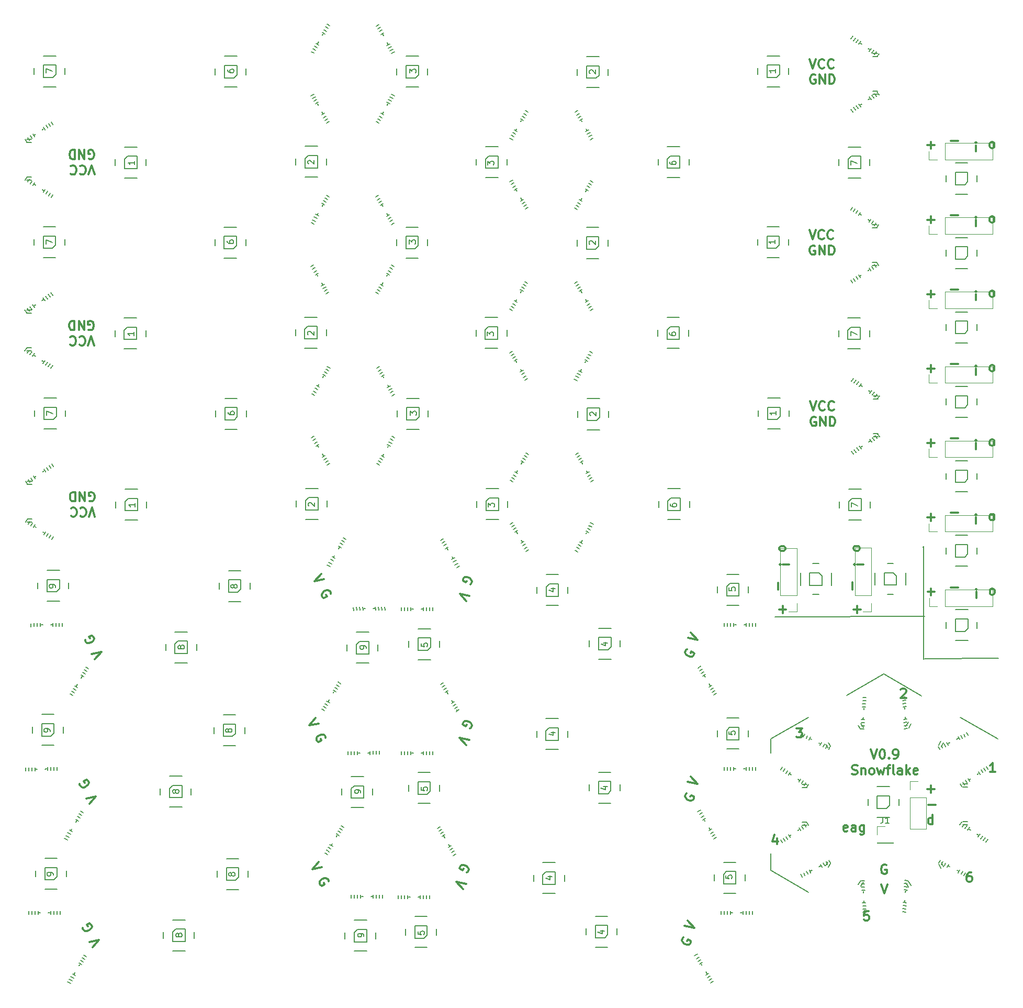
<source format=gbr>
G04 #@! TF.FileFunction,Legend,Top*
%FSLAX46Y46*%
G04 Gerber Fmt 4.6, Leading zero omitted, Abs format (unit mm)*
G04 Created by KiCad (PCBNEW 4.0.7) date 10/29/17 08:22:04*
%MOMM*%
%LPD*%
G01*
G04 APERTURE LIST*
%ADD10C,0.100000*%
%ADD11C,0.200000*%
%ADD12C,0.300000*%
%ADD13C,0.150000*%
%ADD14C,0.120000*%
G04 APERTURE END LIST*
D10*
D11*
X87452200Y-129921000D02*
X87452200Y-129946400D01*
X156514800Y-124155200D02*
X162610800Y-127660400D01*
X156540200Y-124129800D02*
X150495000Y-127635000D01*
X162915600Y-103479600D02*
X162915600Y-121767600D01*
X162839400Y-103632000D02*
X162915600Y-103479600D01*
X175006000Y-121615200D02*
X163068000Y-121691400D01*
X138861800Y-114884200D02*
X163093400Y-114858800D01*
X174955200Y-134670800D02*
X168833800Y-131191000D01*
D12*
X140137343Y-114312628D02*
X140137343Y-113169771D01*
X140708771Y-113741200D02*
X139565914Y-113741200D01*
X139400743Y-110528028D02*
X139400743Y-109385171D01*
X141140571Y-106451400D02*
X140140571Y-106451400D01*
X139640571Y-106451400D02*
X139712000Y-106522829D01*
X139783429Y-106451400D01*
X139712000Y-106379972D01*
X139640571Y-106451400D01*
X139783429Y-106451400D01*
X140581771Y-103967742D02*
X140510343Y-104110600D01*
X140438914Y-104182028D01*
X140296057Y-104253457D01*
X139867486Y-104253457D01*
X139724629Y-104182028D01*
X139653200Y-104110600D01*
X139581771Y-103967742D01*
X139581771Y-103753457D01*
X139653200Y-103610600D01*
X139724629Y-103539171D01*
X139867486Y-103467742D01*
X140296057Y-103467742D01*
X140438914Y-103539171D01*
X140510343Y-103610600D01*
X140581771Y-103753457D01*
X140581771Y-103967742D01*
X152621371Y-103942342D02*
X152549943Y-104085200D01*
X152478514Y-104156628D01*
X152335657Y-104228057D01*
X151907086Y-104228057D01*
X151764229Y-104156628D01*
X151692800Y-104085200D01*
X151621371Y-103942342D01*
X151621371Y-103728057D01*
X151692800Y-103585200D01*
X151764229Y-103513771D01*
X151907086Y-103442342D01*
X152335657Y-103442342D01*
X152478514Y-103513771D01*
X152549943Y-103585200D01*
X152621371Y-103728057D01*
X152621371Y-103942342D01*
X153180171Y-106426000D02*
X152180171Y-106426000D01*
X151680171Y-106426000D02*
X151751600Y-106497429D01*
X151823029Y-106426000D01*
X151751600Y-106354572D01*
X151680171Y-106426000D01*
X151823029Y-106426000D01*
X151440343Y-110502628D02*
X151440343Y-109359771D01*
X152176943Y-114287228D02*
X152176943Y-113144371D01*
X152748371Y-113715800D02*
X151605514Y-113715800D01*
X163588772Y-110876543D02*
X164731629Y-110876543D01*
X164160200Y-111447971D02*
X164160200Y-110305114D01*
X167373372Y-110139943D02*
X168516229Y-110139943D01*
X171450000Y-111879771D02*
X171450000Y-110879771D01*
X171450000Y-110379771D02*
X171378571Y-110451200D01*
X171450000Y-110522629D01*
X171521428Y-110451200D01*
X171450000Y-110379771D01*
X171450000Y-110522629D01*
X173933658Y-111320971D02*
X173790800Y-111249543D01*
X173719372Y-111178114D01*
X173647943Y-111035257D01*
X173647943Y-110606686D01*
X173719372Y-110463829D01*
X173790800Y-110392400D01*
X173933658Y-110320971D01*
X174147943Y-110320971D01*
X174290800Y-110392400D01*
X174362229Y-110463829D01*
X174433658Y-110606686D01*
X174433658Y-111035257D01*
X174362229Y-111178114D01*
X174290800Y-111249543D01*
X174147943Y-111320971D01*
X173933658Y-111320971D01*
X163563372Y-38664343D02*
X164706229Y-38664343D01*
X164134800Y-39235771D02*
X164134800Y-38092914D01*
X167347972Y-37927743D02*
X168490829Y-37927743D01*
X171424600Y-39667571D02*
X171424600Y-38667571D01*
X171424600Y-38167571D02*
X171353171Y-38239000D01*
X171424600Y-38310429D01*
X171496028Y-38239000D01*
X171424600Y-38167571D01*
X171424600Y-38310429D01*
X173908258Y-39108771D02*
X173765400Y-39037343D01*
X173693972Y-38965914D01*
X173622543Y-38823057D01*
X173622543Y-38394486D01*
X173693972Y-38251629D01*
X173765400Y-38180200D01*
X173908258Y-38108771D01*
X174122543Y-38108771D01*
X174265400Y-38180200D01*
X174336829Y-38251629D01*
X174408258Y-38394486D01*
X174408258Y-38823057D01*
X174336829Y-38965914D01*
X174265400Y-39037343D01*
X174122543Y-39108771D01*
X173908258Y-39108771D01*
X173908258Y-51148371D02*
X173765400Y-51076943D01*
X173693972Y-51005514D01*
X173622543Y-50862657D01*
X173622543Y-50434086D01*
X173693972Y-50291229D01*
X173765400Y-50219800D01*
X173908258Y-50148371D01*
X174122543Y-50148371D01*
X174265400Y-50219800D01*
X174336829Y-50291229D01*
X174408258Y-50434086D01*
X174408258Y-50862657D01*
X174336829Y-51005514D01*
X174265400Y-51076943D01*
X174122543Y-51148371D01*
X173908258Y-51148371D01*
X171424600Y-51707171D02*
X171424600Y-50707171D01*
X171424600Y-50207171D02*
X171353171Y-50278600D01*
X171424600Y-50350029D01*
X171496028Y-50278600D01*
X171424600Y-50207171D01*
X171424600Y-50350029D01*
X167347972Y-49967343D02*
X168490829Y-49967343D01*
X163563372Y-50703943D02*
X164706229Y-50703943D01*
X164134800Y-51275371D02*
X164134800Y-50132514D01*
X163563372Y-74757743D02*
X164706229Y-74757743D01*
X164134800Y-75329171D02*
X164134800Y-74186314D01*
X167347972Y-74021143D02*
X168490829Y-74021143D01*
X171424600Y-75760971D02*
X171424600Y-74760971D01*
X171424600Y-74260971D02*
X171353171Y-74332400D01*
X171424600Y-74403829D01*
X171496028Y-74332400D01*
X171424600Y-74260971D01*
X171424600Y-74403829D01*
X173908258Y-75202171D02*
X173765400Y-75130743D01*
X173693972Y-75059314D01*
X173622543Y-74916457D01*
X173622543Y-74487886D01*
X173693972Y-74345029D01*
X173765400Y-74273600D01*
X173908258Y-74202171D01*
X174122543Y-74202171D01*
X174265400Y-74273600D01*
X174336829Y-74345029D01*
X174408258Y-74487886D01*
X174408258Y-74916457D01*
X174336829Y-75059314D01*
X174265400Y-75130743D01*
X174122543Y-75202171D01*
X173908258Y-75202171D01*
X173908258Y-63162571D02*
X173765400Y-63091143D01*
X173693972Y-63019714D01*
X173622543Y-62876857D01*
X173622543Y-62448286D01*
X173693972Y-62305429D01*
X173765400Y-62234000D01*
X173908258Y-62162571D01*
X174122543Y-62162571D01*
X174265400Y-62234000D01*
X174336829Y-62305429D01*
X174408258Y-62448286D01*
X174408258Y-62876857D01*
X174336829Y-63019714D01*
X174265400Y-63091143D01*
X174122543Y-63162571D01*
X173908258Y-63162571D01*
X171424600Y-63721371D02*
X171424600Y-62721371D01*
X171424600Y-62221371D02*
X171353171Y-62292800D01*
X171424600Y-62364229D01*
X171496028Y-62292800D01*
X171424600Y-62221371D01*
X171424600Y-62364229D01*
X167347972Y-61981543D02*
X168490829Y-61981543D01*
X163563372Y-62718143D02*
X164706229Y-62718143D01*
X164134800Y-63289571D02*
X164134800Y-62146714D01*
X163563372Y-86797343D02*
X164706229Y-86797343D01*
X164134800Y-87368771D02*
X164134800Y-86225914D01*
X167347972Y-86060743D02*
X168490829Y-86060743D01*
X171424600Y-87800571D02*
X171424600Y-86800571D01*
X171424600Y-86300571D02*
X171353171Y-86372000D01*
X171424600Y-86443429D01*
X171496028Y-86372000D01*
X171424600Y-86300571D01*
X171424600Y-86443429D01*
X173908258Y-87241771D02*
X173765400Y-87170343D01*
X173693972Y-87098914D01*
X173622543Y-86956057D01*
X173622543Y-86527486D01*
X173693972Y-86384629D01*
X173765400Y-86313200D01*
X173908258Y-86241771D01*
X174122543Y-86241771D01*
X174265400Y-86313200D01*
X174336829Y-86384629D01*
X174408258Y-86527486D01*
X174408258Y-86956057D01*
X174336829Y-87098914D01*
X174265400Y-87170343D01*
X174122543Y-87241771D01*
X173908258Y-87241771D01*
D11*
X138201400Y-155854400D02*
X138176000Y-153162000D01*
X144322800Y-159410400D02*
X138201400Y-155854400D01*
X138201400Y-134645400D02*
X138201400Y-136956800D01*
X144348200Y-131165600D02*
X138201400Y-134645400D01*
D12*
X66160052Y-134463425D02*
X66150482Y-134303993D01*
X66043339Y-134118416D01*
X65874338Y-133968554D01*
X65679191Y-133916264D01*
X65519759Y-133925834D01*
X65236608Y-134006832D01*
X65051032Y-134113975D01*
X64839310Y-134318691D01*
X64751306Y-134451978D01*
X64699017Y-134647125D01*
X64744301Y-134868416D01*
X64815730Y-134992134D01*
X64984731Y-135141997D01*
X65082305Y-135168141D01*
X65515318Y-134918141D01*
X65372460Y-134670705D01*
X64586664Y-131290581D02*
X63537626Y-132473594D01*
X65086664Y-132156606D01*
X27970936Y-145112219D02*
X29019974Y-143929207D01*
X27470936Y-144246194D01*
X26397548Y-141939375D02*
X26407118Y-142098807D01*
X26514261Y-142284384D01*
X26683262Y-142434246D01*
X26878409Y-142486536D01*
X27037841Y-142476966D01*
X27320992Y-142395968D01*
X27506568Y-142288825D01*
X27718290Y-142084109D01*
X27806294Y-141950822D01*
X27858583Y-141755675D01*
X27813299Y-141534384D01*
X27741870Y-141410666D01*
X27572869Y-141260803D01*
X27475295Y-141234659D01*
X27042282Y-141484659D01*
X27185140Y-141732095D01*
X27261148Y-118622175D02*
X27270718Y-118781607D01*
X27377861Y-118967184D01*
X27546862Y-119117046D01*
X27742009Y-119169336D01*
X27901441Y-119159766D01*
X28184592Y-119078768D01*
X28370168Y-118971625D01*
X28581890Y-118766909D01*
X28669894Y-118633622D01*
X28722183Y-118438475D01*
X28676899Y-118217184D01*
X28605470Y-118093466D01*
X28436469Y-117943603D01*
X28338895Y-117917459D01*
X27905882Y-118167459D01*
X28048740Y-118414895D01*
X28834536Y-121795019D02*
X29883574Y-120612007D01*
X28334536Y-120928994D01*
X65450264Y-107973381D02*
X64401226Y-109156394D01*
X65950264Y-108839406D01*
X67023652Y-111146225D02*
X67014082Y-110986793D01*
X66906939Y-110801216D01*
X66737938Y-110651354D01*
X66542791Y-110599064D01*
X66383359Y-110608634D01*
X66100208Y-110689632D01*
X65914632Y-110796775D01*
X65702910Y-111001491D01*
X65614906Y-111134778D01*
X65562617Y-111329925D01*
X65607901Y-111551216D01*
X65679330Y-111674934D01*
X65848331Y-111824797D01*
X65945905Y-111850941D01*
X66378918Y-111600941D01*
X66236060Y-111353505D01*
X26905548Y-165180375D02*
X26915118Y-165339807D01*
X27022261Y-165525384D01*
X27191262Y-165675246D01*
X27386409Y-165727536D01*
X27545841Y-165717966D01*
X27828992Y-165636968D01*
X28014568Y-165529825D01*
X28226290Y-165325109D01*
X28314294Y-165191822D01*
X28366583Y-164996675D01*
X28321299Y-164775384D01*
X28249870Y-164651666D01*
X28080869Y-164501803D01*
X27983295Y-164475659D01*
X27550282Y-164725659D01*
X27693140Y-164973095D01*
X28478936Y-168353219D02*
X29527974Y-167170207D01*
X27978936Y-167487194D01*
X65094664Y-154531581D02*
X64045626Y-155714594D01*
X65594664Y-155397606D01*
X66668052Y-157704425D02*
X66658482Y-157544993D01*
X66551339Y-157359416D01*
X66382338Y-157209554D01*
X66187191Y-157157264D01*
X66027759Y-157166834D01*
X65744608Y-157247832D01*
X65559032Y-157354975D01*
X65347310Y-157559691D01*
X65259306Y-157692978D01*
X65207017Y-157888125D01*
X65252301Y-158109416D01*
X65323730Y-158233134D01*
X65492731Y-158382997D01*
X65590305Y-158409141D01*
X66023318Y-158159141D01*
X65880460Y-157911705D01*
X124770555Y-141591601D02*
X126319593Y-141908589D01*
X125270555Y-140725576D01*
X124624760Y-143409383D02*
X124491473Y-143497386D01*
X124384330Y-143682963D01*
X124339046Y-143904254D01*
X124391335Y-144099401D01*
X124479339Y-144232688D01*
X124691061Y-144437405D01*
X124876637Y-144544547D01*
X125159788Y-144625546D01*
X125319220Y-144635116D01*
X125514367Y-144582826D01*
X125683368Y-144432963D01*
X125754796Y-144309245D01*
X125800081Y-144087954D01*
X125773936Y-143990381D01*
X125340923Y-143740381D01*
X125198066Y-143987817D01*
X89560740Y-132955317D02*
X89694027Y-132867314D01*
X89801170Y-132681737D01*
X89846454Y-132460446D01*
X89794165Y-132265299D01*
X89706161Y-132132012D01*
X89494439Y-131927295D01*
X89308863Y-131820153D01*
X89025712Y-131739154D01*
X88866280Y-131729584D01*
X88671133Y-131781874D01*
X88502132Y-131931737D01*
X88430704Y-132055455D01*
X88385419Y-132276746D01*
X88411564Y-132374319D01*
X88844577Y-132624319D01*
X88987434Y-132376883D01*
X89414945Y-134773099D02*
X87865907Y-134456111D01*
X88914945Y-135639124D01*
X88906945Y-158064899D02*
X87357907Y-157747911D01*
X88406945Y-158930924D01*
X89052740Y-156247117D02*
X89186027Y-156159114D01*
X89293170Y-155973537D01*
X89338454Y-155752246D01*
X89286165Y-155557099D01*
X89198161Y-155423812D01*
X88986439Y-155219095D01*
X88800863Y-155111953D01*
X88517712Y-155030954D01*
X88358280Y-155021384D01*
X88163133Y-155073674D01*
X87994132Y-155223537D01*
X87922704Y-155347255D01*
X87877419Y-155568546D01*
X87903564Y-155666119D01*
X88336577Y-155916119D01*
X88479434Y-155668683D01*
X124116760Y-166701183D02*
X123983473Y-166789186D01*
X123876330Y-166974763D01*
X123831046Y-167196054D01*
X123883335Y-167391201D01*
X123971339Y-167524488D01*
X124183061Y-167729205D01*
X124368637Y-167836347D01*
X124651788Y-167917346D01*
X124811220Y-167926916D01*
X125006367Y-167874626D01*
X125175368Y-167724763D01*
X125246796Y-167601045D01*
X125292081Y-167379754D01*
X125265936Y-167282181D01*
X124832923Y-167032181D01*
X124690066Y-167279617D01*
X124262555Y-164883401D02*
X125811593Y-165200389D01*
X124762555Y-164017376D01*
X124795955Y-118325201D02*
X126344993Y-118642189D01*
X125295955Y-117459176D01*
X124650160Y-120142983D02*
X124516873Y-120230986D01*
X124409730Y-120416563D01*
X124364446Y-120637854D01*
X124416735Y-120833001D01*
X124504739Y-120966288D01*
X124716461Y-121171005D01*
X124902037Y-121278147D01*
X125185188Y-121359146D01*
X125344620Y-121368716D01*
X125539767Y-121316426D01*
X125708768Y-121166563D01*
X125780196Y-121042845D01*
X125825481Y-120821554D01*
X125799336Y-120723981D01*
X125366323Y-120473981D01*
X125223466Y-120721417D01*
X27825557Y-68479100D02*
X27968414Y-68550529D01*
X28182700Y-68550529D01*
X28396985Y-68479100D01*
X28539843Y-68336243D01*
X28611271Y-68193386D01*
X28682700Y-67907671D01*
X28682700Y-67693386D01*
X28611271Y-67407671D01*
X28539843Y-67264814D01*
X28396985Y-67121957D01*
X28182700Y-67050529D01*
X28039843Y-67050529D01*
X27825557Y-67121957D01*
X27754128Y-67193386D01*
X27754128Y-67693386D01*
X28039843Y-67693386D01*
X27111271Y-67050529D02*
X27111271Y-68550529D01*
X26254128Y-67050529D01*
X26254128Y-68550529D01*
X25539842Y-67050529D02*
X25539842Y-68550529D01*
X25182699Y-68550529D01*
X24968414Y-68479100D01*
X24825556Y-68336243D01*
X24754128Y-68193386D01*
X24682699Y-67907671D01*
X24682699Y-67693386D01*
X24754128Y-67407671D01*
X24825556Y-67264814D01*
X24968414Y-67121957D01*
X25182699Y-67050529D01*
X25539842Y-67050529D01*
X28733500Y-71039729D02*
X28233500Y-69539729D01*
X27733500Y-71039729D01*
X26376357Y-69682586D02*
X26447786Y-69611157D01*
X26662072Y-69539729D01*
X26804929Y-69539729D01*
X27019214Y-69611157D01*
X27162072Y-69754014D01*
X27233500Y-69896871D01*
X27304929Y-70182586D01*
X27304929Y-70396871D01*
X27233500Y-70682586D01*
X27162072Y-70825443D01*
X27019214Y-70968300D01*
X26804929Y-71039729D01*
X26662072Y-71039729D01*
X26447786Y-70968300D01*
X26376357Y-70896871D01*
X24876357Y-69682586D02*
X24947786Y-69611157D01*
X25162072Y-69539729D01*
X25304929Y-69539729D01*
X25519214Y-69611157D01*
X25662072Y-69754014D01*
X25733500Y-69896871D01*
X25804929Y-70182586D01*
X25804929Y-70396871D01*
X25733500Y-70682586D01*
X25662072Y-70825443D01*
X25519214Y-70968300D01*
X25304929Y-71039729D01*
X25162072Y-71039729D01*
X24947786Y-70968300D01*
X24876357Y-70896871D01*
X145364343Y-54926800D02*
X145221486Y-54855371D01*
X145007200Y-54855371D01*
X144792915Y-54926800D01*
X144650057Y-55069657D01*
X144578629Y-55212514D01*
X144507200Y-55498229D01*
X144507200Y-55712514D01*
X144578629Y-55998229D01*
X144650057Y-56141086D01*
X144792915Y-56283943D01*
X145007200Y-56355371D01*
X145150057Y-56355371D01*
X145364343Y-56283943D01*
X145435772Y-56212514D01*
X145435772Y-55712514D01*
X145150057Y-55712514D01*
X146078629Y-56355371D02*
X146078629Y-54855371D01*
X146935772Y-56355371D01*
X146935772Y-54855371D01*
X147650058Y-56355371D02*
X147650058Y-54855371D01*
X148007201Y-54855371D01*
X148221486Y-54926800D01*
X148364344Y-55069657D01*
X148435772Y-55212514D01*
X148507201Y-55498229D01*
X148507201Y-55712514D01*
X148435772Y-55998229D01*
X148364344Y-56141086D01*
X148221486Y-56283943D01*
X148007201Y-56355371D01*
X147650058Y-56355371D01*
X144456400Y-52366171D02*
X144956400Y-53866171D01*
X145456400Y-52366171D01*
X146813543Y-53723314D02*
X146742114Y-53794743D01*
X146527828Y-53866171D01*
X146384971Y-53866171D01*
X146170686Y-53794743D01*
X146027828Y-53651886D01*
X145956400Y-53509029D01*
X145884971Y-53223314D01*
X145884971Y-53009029D01*
X145956400Y-52723314D01*
X146027828Y-52580457D01*
X146170686Y-52437600D01*
X146384971Y-52366171D01*
X146527828Y-52366171D01*
X146742114Y-52437600D01*
X146813543Y-52509029D01*
X148313543Y-53723314D02*
X148242114Y-53794743D01*
X148027828Y-53866171D01*
X147884971Y-53866171D01*
X147670686Y-53794743D01*
X147527828Y-53651886D01*
X147456400Y-53509029D01*
X147384971Y-53223314D01*
X147384971Y-53009029D01*
X147456400Y-52723314D01*
X147527828Y-52580457D01*
X147670686Y-52437600D01*
X147884971Y-52366171D01*
X148027828Y-52366171D01*
X148242114Y-52437600D01*
X148313543Y-52509029D01*
X144583400Y-80052171D02*
X145083400Y-81552171D01*
X145583400Y-80052171D01*
X146940543Y-81409314D02*
X146869114Y-81480743D01*
X146654828Y-81552171D01*
X146511971Y-81552171D01*
X146297686Y-81480743D01*
X146154828Y-81337886D01*
X146083400Y-81195029D01*
X146011971Y-80909314D01*
X146011971Y-80695029D01*
X146083400Y-80409314D01*
X146154828Y-80266457D01*
X146297686Y-80123600D01*
X146511971Y-80052171D01*
X146654828Y-80052171D01*
X146869114Y-80123600D01*
X146940543Y-80195029D01*
X148440543Y-81409314D02*
X148369114Y-81480743D01*
X148154828Y-81552171D01*
X148011971Y-81552171D01*
X147797686Y-81480743D01*
X147654828Y-81337886D01*
X147583400Y-81195029D01*
X147511971Y-80909314D01*
X147511971Y-80695029D01*
X147583400Y-80409314D01*
X147654828Y-80266457D01*
X147797686Y-80123600D01*
X148011971Y-80052171D01*
X148154828Y-80052171D01*
X148369114Y-80123600D01*
X148440543Y-80195029D01*
X145491343Y-82612800D02*
X145348486Y-82541371D01*
X145134200Y-82541371D01*
X144919915Y-82612800D01*
X144777057Y-82755657D01*
X144705629Y-82898514D01*
X144634200Y-83184229D01*
X144634200Y-83398514D01*
X144705629Y-83684229D01*
X144777057Y-83827086D01*
X144919915Y-83969943D01*
X145134200Y-84041371D01*
X145277057Y-84041371D01*
X145491343Y-83969943D01*
X145562772Y-83898514D01*
X145562772Y-83398514D01*
X145277057Y-83398514D01*
X146205629Y-84041371D02*
X146205629Y-82541371D01*
X147062772Y-84041371D01*
X147062772Y-82541371D01*
X147777058Y-84041371D02*
X147777058Y-82541371D01*
X148134201Y-82541371D01*
X148348486Y-82612800D01*
X148491344Y-82755657D01*
X148562772Y-82898514D01*
X148634201Y-83184229D01*
X148634201Y-83398514D01*
X148562772Y-83684229D01*
X148491344Y-83827086D01*
X148348486Y-83969943D01*
X148134201Y-84041371D01*
X147777058Y-84041371D01*
X28860500Y-98725729D02*
X28360500Y-97225729D01*
X27860500Y-98725729D01*
X26503357Y-97368586D02*
X26574786Y-97297157D01*
X26789072Y-97225729D01*
X26931929Y-97225729D01*
X27146214Y-97297157D01*
X27289072Y-97440014D01*
X27360500Y-97582871D01*
X27431929Y-97868586D01*
X27431929Y-98082871D01*
X27360500Y-98368586D01*
X27289072Y-98511443D01*
X27146214Y-98654300D01*
X26931929Y-98725729D01*
X26789072Y-98725729D01*
X26574786Y-98654300D01*
X26503357Y-98582871D01*
X25003357Y-97368586D02*
X25074786Y-97297157D01*
X25289072Y-97225729D01*
X25431929Y-97225729D01*
X25646214Y-97297157D01*
X25789072Y-97440014D01*
X25860500Y-97582871D01*
X25931929Y-97868586D01*
X25931929Y-98082871D01*
X25860500Y-98368586D01*
X25789072Y-98511443D01*
X25646214Y-98654300D01*
X25431929Y-98725729D01*
X25289072Y-98725729D01*
X25074786Y-98654300D01*
X25003357Y-98582871D01*
X27952557Y-96165100D02*
X28095414Y-96236529D01*
X28309700Y-96236529D01*
X28523985Y-96165100D01*
X28666843Y-96022243D01*
X28738271Y-95879386D01*
X28809700Y-95593671D01*
X28809700Y-95379386D01*
X28738271Y-95093671D01*
X28666843Y-94950814D01*
X28523985Y-94807957D01*
X28309700Y-94736529D01*
X28166843Y-94736529D01*
X27952557Y-94807957D01*
X27881128Y-94879386D01*
X27881128Y-95379386D01*
X28166843Y-95379386D01*
X27238271Y-94736529D02*
X27238271Y-96236529D01*
X26381128Y-94736529D01*
X26381128Y-96236529D01*
X25666842Y-94736529D02*
X25666842Y-96236529D01*
X25309699Y-96236529D01*
X25095414Y-96165100D01*
X24952556Y-96022243D01*
X24881128Y-95879386D01*
X24809699Y-95593671D01*
X24809699Y-95379386D01*
X24881128Y-95093671D01*
X24952556Y-94950814D01*
X25095414Y-94807957D01*
X25309699Y-94736529D01*
X25666842Y-94736529D01*
X27876357Y-40843900D02*
X28019214Y-40915329D01*
X28233500Y-40915329D01*
X28447785Y-40843900D01*
X28590643Y-40701043D01*
X28662071Y-40558186D01*
X28733500Y-40272471D01*
X28733500Y-40058186D01*
X28662071Y-39772471D01*
X28590643Y-39629614D01*
X28447785Y-39486757D01*
X28233500Y-39415329D01*
X28090643Y-39415329D01*
X27876357Y-39486757D01*
X27804928Y-39558186D01*
X27804928Y-40058186D01*
X28090643Y-40058186D01*
X27162071Y-39415329D02*
X27162071Y-40915329D01*
X26304928Y-39415329D01*
X26304928Y-40915329D01*
X25590642Y-39415329D02*
X25590642Y-40915329D01*
X25233499Y-40915329D01*
X25019214Y-40843900D01*
X24876356Y-40701043D01*
X24804928Y-40558186D01*
X24733499Y-40272471D01*
X24733499Y-40058186D01*
X24804928Y-39772471D01*
X24876356Y-39629614D01*
X25019214Y-39486757D01*
X25233499Y-39415329D01*
X25590642Y-39415329D01*
X28784300Y-43404529D02*
X28284300Y-41904529D01*
X27784300Y-43404529D01*
X26427157Y-42047386D02*
X26498586Y-41975957D01*
X26712872Y-41904529D01*
X26855729Y-41904529D01*
X27070014Y-41975957D01*
X27212872Y-42118814D01*
X27284300Y-42261671D01*
X27355729Y-42547386D01*
X27355729Y-42761671D01*
X27284300Y-43047386D01*
X27212872Y-43190243D01*
X27070014Y-43333100D01*
X26855729Y-43404529D01*
X26712872Y-43404529D01*
X26498586Y-43333100D01*
X26427157Y-43261671D01*
X24927157Y-42047386D02*
X24998586Y-41975957D01*
X25212872Y-41904529D01*
X25355729Y-41904529D01*
X25570014Y-41975957D01*
X25712872Y-42118814D01*
X25784300Y-42261671D01*
X25855729Y-42547386D01*
X25855729Y-42761671D01*
X25784300Y-43047386D01*
X25712872Y-43190243D01*
X25570014Y-43333100D01*
X25355729Y-43404529D01*
X25212872Y-43404529D01*
X24998586Y-43333100D01*
X24927157Y-43261671D01*
X89586140Y-109688917D02*
X89719427Y-109600914D01*
X89826570Y-109415337D01*
X89871854Y-109194046D01*
X89819565Y-108998899D01*
X89731561Y-108865612D01*
X89519839Y-108660895D01*
X89334263Y-108553753D01*
X89051112Y-108472754D01*
X88891680Y-108463184D01*
X88696533Y-108515474D01*
X88527532Y-108665337D01*
X88456104Y-108789055D01*
X88410819Y-109010346D01*
X88436964Y-109107919D01*
X88869977Y-109357919D01*
X89012834Y-109110483D01*
X89440345Y-111506699D02*
X87891307Y-111189711D01*
X88940345Y-112372724D01*
X145415143Y-27291600D02*
X145272286Y-27220171D01*
X145058000Y-27220171D01*
X144843715Y-27291600D01*
X144700857Y-27434457D01*
X144629429Y-27577314D01*
X144558000Y-27863029D01*
X144558000Y-28077314D01*
X144629429Y-28363029D01*
X144700857Y-28505886D01*
X144843715Y-28648743D01*
X145058000Y-28720171D01*
X145200857Y-28720171D01*
X145415143Y-28648743D01*
X145486572Y-28577314D01*
X145486572Y-28077314D01*
X145200857Y-28077314D01*
X146129429Y-28720171D02*
X146129429Y-27220171D01*
X146986572Y-28720171D01*
X146986572Y-27220171D01*
X147700858Y-28720171D02*
X147700858Y-27220171D01*
X148058001Y-27220171D01*
X148272286Y-27291600D01*
X148415144Y-27434457D01*
X148486572Y-27577314D01*
X148558001Y-27863029D01*
X148558001Y-28077314D01*
X148486572Y-28363029D01*
X148415144Y-28505886D01*
X148272286Y-28648743D01*
X148058001Y-28720171D01*
X147700858Y-28720171D01*
X144507200Y-24730971D02*
X145007200Y-26230971D01*
X145507200Y-24730971D01*
X146864343Y-26088114D02*
X146792914Y-26159543D01*
X146578628Y-26230971D01*
X146435771Y-26230971D01*
X146221486Y-26159543D01*
X146078628Y-26016686D01*
X146007200Y-25873829D01*
X145935771Y-25588114D01*
X145935771Y-25373829D01*
X146007200Y-25088114D01*
X146078628Y-24945257D01*
X146221486Y-24802400D01*
X146435771Y-24730971D01*
X146578628Y-24730971D01*
X146792914Y-24802400D01*
X146864343Y-24873829D01*
X148364343Y-26088114D02*
X148292914Y-26159543D01*
X148078628Y-26230971D01*
X147935771Y-26230971D01*
X147721486Y-26159543D01*
X147578628Y-26016686D01*
X147507200Y-25873829D01*
X147435771Y-25588114D01*
X147435771Y-25373829D01*
X147507200Y-25088114D01*
X147578628Y-24945257D01*
X147721486Y-24802400D01*
X147935771Y-24730971D01*
X148078628Y-24730971D01*
X148292914Y-24802400D01*
X148364343Y-24873829D01*
X174520172Y-140010271D02*
X173663029Y-140010271D01*
X174091601Y-140010271D02*
X174091601Y-138510271D01*
X173948744Y-138724557D01*
X173805886Y-138867414D01*
X173663029Y-138938843D01*
X159248529Y-126651629D02*
X159319958Y-126580200D01*
X159462815Y-126508771D01*
X159819958Y-126508771D01*
X159962815Y-126580200D01*
X160034244Y-126651629D01*
X160105672Y-126794486D01*
X160105672Y-126937343D01*
X160034244Y-127151629D01*
X159177101Y-128008771D01*
X160105672Y-128008771D01*
X142349601Y-132922271D02*
X143278172Y-132922271D01*
X142778172Y-133493700D01*
X142992458Y-133493700D01*
X143135315Y-133565129D01*
X143206744Y-133636557D01*
X143278172Y-133779414D01*
X143278172Y-134136557D01*
X143206744Y-134279414D01*
X143135315Y-134350843D01*
X142992458Y-134422271D01*
X142563886Y-134422271D01*
X142421029Y-134350843D01*
X142349601Y-134279414D01*
X139198315Y-150694271D02*
X139198315Y-151694271D01*
X138841172Y-150122843D02*
X138484029Y-151194271D01*
X139412601Y-151194271D01*
X154065244Y-162513271D02*
X153350958Y-162513271D01*
X153279529Y-163227557D01*
X153350958Y-163156129D01*
X153493815Y-163084700D01*
X153850958Y-163084700D01*
X153993815Y-163156129D01*
X154065244Y-163227557D01*
X154136672Y-163370414D01*
X154136672Y-163727557D01*
X154065244Y-163870414D01*
X153993815Y-163941843D01*
X153850958Y-164013271D01*
X153493815Y-164013271D01*
X153350958Y-163941843D01*
X153279529Y-163870414D01*
X170630815Y-156226771D02*
X170345101Y-156226771D01*
X170202244Y-156298200D01*
X170130815Y-156369629D01*
X169987958Y-156583914D01*
X169916529Y-156869629D01*
X169916529Y-157441057D01*
X169987958Y-157583914D01*
X170059386Y-157655343D01*
X170202244Y-157726771D01*
X170487958Y-157726771D01*
X170630815Y-157655343D01*
X170702244Y-157583914D01*
X170773672Y-157441057D01*
X170773672Y-157083914D01*
X170702244Y-156941057D01*
X170630815Y-156869629D01*
X170487958Y-156798200D01*
X170202244Y-156798200D01*
X170059386Y-156869629D01*
X169987958Y-156941057D01*
X169916529Y-157083914D01*
X154406886Y-136346271D02*
X154906886Y-137846271D01*
X155406886Y-136346271D01*
X156192600Y-136346271D02*
X156335457Y-136346271D01*
X156478314Y-136417700D01*
X156549743Y-136489129D01*
X156621172Y-136631986D01*
X156692600Y-136917700D01*
X156692600Y-137274843D01*
X156621172Y-137560557D01*
X156549743Y-137703414D01*
X156478314Y-137774843D01*
X156335457Y-137846271D01*
X156192600Y-137846271D01*
X156049743Y-137774843D01*
X155978314Y-137703414D01*
X155906886Y-137560557D01*
X155835457Y-137274843D01*
X155835457Y-136917700D01*
X155906886Y-136631986D01*
X155978314Y-136489129D01*
X156049743Y-136417700D01*
X156192600Y-136346271D01*
X157335457Y-137703414D02*
X157406885Y-137774843D01*
X157335457Y-137846271D01*
X157264028Y-137774843D01*
X157335457Y-137703414D01*
X157335457Y-137846271D01*
X158121171Y-137846271D02*
X158406886Y-137846271D01*
X158549743Y-137774843D01*
X158621171Y-137703414D01*
X158764029Y-137489129D01*
X158835457Y-137203414D01*
X158835457Y-136631986D01*
X158764029Y-136489129D01*
X158692600Y-136417700D01*
X158549743Y-136346271D01*
X158264029Y-136346271D01*
X158121171Y-136417700D01*
X158049743Y-136489129D01*
X157978314Y-136631986D01*
X157978314Y-136989129D01*
X158049743Y-137131986D01*
X158121171Y-137203414D01*
X158264029Y-137274843D01*
X158549743Y-137274843D01*
X158692600Y-137203414D01*
X158764029Y-137131986D01*
X158835457Y-136989129D01*
X151371171Y-140324843D02*
X151585457Y-140396271D01*
X151942600Y-140396271D01*
X152085457Y-140324843D01*
X152156886Y-140253414D01*
X152228314Y-140110557D01*
X152228314Y-139967700D01*
X152156886Y-139824843D01*
X152085457Y-139753414D01*
X151942600Y-139681986D01*
X151656886Y-139610557D01*
X151514028Y-139539129D01*
X151442600Y-139467700D01*
X151371171Y-139324843D01*
X151371171Y-139181986D01*
X151442600Y-139039129D01*
X151514028Y-138967700D01*
X151656886Y-138896271D01*
X152014028Y-138896271D01*
X152228314Y-138967700D01*
X152871171Y-139396271D02*
X152871171Y-140396271D01*
X152871171Y-139539129D02*
X152942599Y-139467700D01*
X153085457Y-139396271D01*
X153299742Y-139396271D01*
X153442599Y-139467700D01*
X153514028Y-139610557D01*
X153514028Y-140396271D01*
X154442600Y-140396271D02*
X154299742Y-140324843D01*
X154228314Y-140253414D01*
X154156885Y-140110557D01*
X154156885Y-139681986D01*
X154228314Y-139539129D01*
X154299742Y-139467700D01*
X154442600Y-139396271D01*
X154656885Y-139396271D01*
X154799742Y-139467700D01*
X154871171Y-139539129D01*
X154942600Y-139681986D01*
X154942600Y-140110557D01*
X154871171Y-140253414D01*
X154799742Y-140324843D01*
X154656885Y-140396271D01*
X154442600Y-140396271D01*
X155442600Y-139396271D02*
X155728314Y-140396271D01*
X156014028Y-139681986D01*
X156299743Y-140396271D01*
X156585457Y-139396271D01*
X156942600Y-139396271D02*
X157514029Y-139396271D01*
X157156886Y-140396271D02*
X157156886Y-139110557D01*
X157228314Y-138967700D01*
X157371172Y-138896271D01*
X157514029Y-138896271D01*
X158228315Y-140396271D02*
X158085457Y-140324843D01*
X158014029Y-140181986D01*
X158014029Y-138896271D01*
X159442600Y-140396271D02*
X159442600Y-139610557D01*
X159371171Y-139467700D01*
X159228314Y-139396271D01*
X158942600Y-139396271D01*
X158799743Y-139467700D01*
X159442600Y-140324843D02*
X159299743Y-140396271D01*
X158942600Y-140396271D01*
X158799743Y-140324843D01*
X158728314Y-140181986D01*
X158728314Y-140039129D01*
X158799743Y-139896271D01*
X158942600Y-139824843D01*
X159299743Y-139824843D01*
X159442600Y-139753414D01*
X160156886Y-140396271D02*
X160156886Y-138896271D01*
X160299743Y-139824843D02*
X160728314Y-140396271D01*
X160728314Y-139396271D02*
X160156886Y-139967700D01*
X161942600Y-140324843D02*
X161799743Y-140396271D01*
X161514029Y-140396271D01*
X161371172Y-140324843D01*
X161299743Y-140181986D01*
X161299743Y-139610557D01*
X161371172Y-139467700D01*
X161514029Y-139396271D01*
X161799743Y-139396271D01*
X161942600Y-139467700D01*
X162014029Y-139610557D01*
X162014029Y-139753414D01*
X161299743Y-139896271D01*
X150604671Y-149527343D02*
X150461814Y-149598771D01*
X150176100Y-149598771D01*
X150033243Y-149527343D01*
X149961814Y-149384486D01*
X149961814Y-148813057D01*
X150033243Y-148670200D01*
X150176100Y-148598771D01*
X150461814Y-148598771D01*
X150604671Y-148670200D01*
X150676100Y-148813057D01*
X150676100Y-148955914D01*
X149961814Y-149098771D01*
X151961814Y-149598771D02*
X151961814Y-148813057D01*
X151890385Y-148670200D01*
X151747528Y-148598771D01*
X151461814Y-148598771D01*
X151318957Y-148670200D01*
X151961814Y-149527343D02*
X151818957Y-149598771D01*
X151461814Y-149598771D01*
X151318957Y-149527343D01*
X151247528Y-149384486D01*
X151247528Y-149241629D01*
X151318957Y-149098771D01*
X151461814Y-149027343D01*
X151818957Y-149027343D01*
X151961814Y-148955914D01*
X153318957Y-148598771D02*
X153318957Y-149813057D01*
X153247528Y-149955914D01*
X153176100Y-150027343D01*
X153033243Y-150098771D01*
X152818957Y-150098771D01*
X152676100Y-150027343D01*
X153318957Y-149527343D02*
X153176100Y-149598771D01*
X152890386Y-149598771D01*
X152747528Y-149527343D01*
X152676100Y-149455914D01*
X152604671Y-149313057D01*
X152604671Y-148884486D01*
X152676100Y-148741629D01*
X152747528Y-148670200D01*
X152890386Y-148598771D01*
X153176100Y-148598771D01*
X153318957Y-148670200D01*
X156116400Y-158131771D02*
X156616400Y-159631771D01*
X157116400Y-158131771D01*
X156907657Y-155053600D02*
X156764800Y-154982171D01*
X156550514Y-154982171D01*
X156336229Y-155053600D01*
X156193371Y-155196457D01*
X156121943Y-155339314D01*
X156050514Y-155625029D01*
X156050514Y-155839314D01*
X156121943Y-156125029D01*
X156193371Y-156267886D01*
X156336229Y-156410743D01*
X156550514Y-156482171D01*
X156693371Y-156482171D01*
X156907657Y-156410743D01*
X156979086Y-156339314D01*
X156979086Y-155839314D01*
X156693371Y-155839314D01*
X163563372Y-142753543D02*
X164706229Y-142753543D01*
X164134800Y-143324971D02*
X164134800Y-142182114D01*
X163715772Y-145268143D02*
X164858629Y-145268143D01*
X164380029Y-148430371D02*
X164380029Y-146930371D01*
X164380029Y-148358943D02*
X164237172Y-148430371D01*
X163951458Y-148430371D01*
X163808600Y-148358943D01*
X163737172Y-148287514D01*
X163665743Y-148144657D01*
X163665743Y-147716086D01*
X163737172Y-147573229D01*
X163808600Y-147501800D01*
X163951458Y-147430371D01*
X164237172Y-147430371D01*
X164380029Y-147501800D01*
X173908258Y-99281371D02*
X173765400Y-99209943D01*
X173693972Y-99138514D01*
X173622543Y-98995657D01*
X173622543Y-98567086D01*
X173693972Y-98424229D01*
X173765400Y-98352800D01*
X173908258Y-98281371D01*
X174122543Y-98281371D01*
X174265400Y-98352800D01*
X174336829Y-98424229D01*
X174408258Y-98567086D01*
X174408258Y-98995657D01*
X174336829Y-99138514D01*
X174265400Y-99209943D01*
X174122543Y-99281371D01*
X173908258Y-99281371D01*
X171424600Y-99840171D02*
X171424600Y-98840171D01*
X171424600Y-98340171D02*
X171353171Y-98411600D01*
X171424600Y-98483029D01*
X171496028Y-98411600D01*
X171424600Y-98340171D01*
X171424600Y-98483029D01*
X167347972Y-98100343D02*
X168490829Y-98100343D01*
X163563372Y-98836943D02*
X164706229Y-98836943D01*
X164134800Y-99408371D02*
X164134800Y-98265514D01*
D13*
X154774900Y-85763100D02*
X155536900Y-85763100D01*
X154774900Y-79159100D02*
X155536900Y-79159100D01*
X154774900Y-85255100D02*
X155536900Y-85255100D01*
X154774900Y-79667100D02*
X155536900Y-79667100D01*
D14*
X142439700Y-103787900D02*
X139779700Y-103787900D01*
X142439700Y-111467900D02*
X142439700Y-103787900D01*
X139779700Y-111467900D02*
X139779700Y-103787900D01*
X142439700Y-111467900D02*
X139779700Y-111467900D01*
X142439700Y-112737900D02*
X142439700Y-114067900D01*
X142439700Y-114067900D02*
X141109700Y-114067900D01*
D11*
X146516600Y-109788200D02*
X144516600Y-109788200D01*
X144516600Y-109788200D02*
X144516600Y-107788200D01*
X144516600Y-107788200D02*
X146016600Y-107788200D01*
X146016600Y-107788200D02*
X146516600Y-108288200D01*
X146516600Y-108288200D02*
X146516600Y-109788200D01*
X148016600Y-109788200D02*
X148016600Y-107788200D01*
X146016600Y-106288200D02*
X145016600Y-106288200D01*
X143016600Y-109788200D02*
X143016600Y-107788200D01*
X146016600Y-111288200D02*
X145016600Y-111288200D01*
X158556200Y-109762800D02*
X156556200Y-109762800D01*
X156556200Y-109762800D02*
X156556200Y-107762800D01*
X156556200Y-107762800D02*
X158056200Y-107762800D01*
X158056200Y-107762800D02*
X158556200Y-108262800D01*
X158556200Y-108262800D02*
X158556200Y-109762800D01*
X160056200Y-109762800D02*
X160056200Y-107762800D01*
X158056200Y-106262800D02*
X157056200Y-106262800D01*
X155056200Y-109762800D02*
X155056200Y-107762800D01*
X158056200Y-111262800D02*
X157056200Y-111262800D01*
D14*
X154479300Y-103762500D02*
X151819300Y-103762500D01*
X154479300Y-111442500D02*
X154479300Y-103762500D01*
X151819300Y-111442500D02*
X151819300Y-103762500D01*
X154479300Y-111442500D02*
X151819300Y-111442500D01*
X154479300Y-112712500D02*
X154479300Y-114042500D01*
X154479300Y-114042500D02*
X153149300Y-114042500D01*
X174113500Y-113178900D02*
X174113500Y-110518900D01*
X166433500Y-113178900D02*
X174113500Y-113178900D01*
X166433500Y-110518900D02*
X174113500Y-110518900D01*
X166433500Y-113178900D02*
X166433500Y-110518900D01*
X165163500Y-113178900D02*
X163833500Y-113178900D01*
X163833500Y-113178900D02*
X163833500Y-111848900D01*
D11*
X168113200Y-117255800D02*
X168113200Y-115255800D01*
X168113200Y-115255800D02*
X170113200Y-115255800D01*
X170113200Y-115255800D02*
X170113200Y-116755800D01*
X170113200Y-116755800D02*
X169613200Y-117255800D01*
X169613200Y-117255800D02*
X168113200Y-117255800D01*
X168113200Y-118755800D02*
X170113200Y-118755800D01*
X171613200Y-116755800D02*
X171613200Y-115755800D01*
X168113200Y-113755800D02*
X170113200Y-113755800D01*
X166613200Y-116755800D02*
X166613200Y-115755800D01*
D14*
X174088100Y-40966700D02*
X174088100Y-38306700D01*
X166408100Y-40966700D02*
X174088100Y-40966700D01*
X166408100Y-38306700D02*
X174088100Y-38306700D01*
X166408100Y-40966700D02*
X166408100Y-38306700D01*
X165138100Y-40966700D02*
X163808100Y-40966700D01*
X163808100Y-40966700D02*
X163808100Y-39636700D01*
D11*
X168087800Y-45043600D02*
X168087800Y-43043600D01*
X168087800Y-43043600D02*
X170087800Y-43043600D01*
X170087800Y-43043600D02*
X170087800Y-44543600D01*
X170087800Y-44543600D02*
X169587800Y-45043600D01*
X169587800Y-45043600D02*
X168087800Y-45043600D01*
X168087800Y-46543600D02*
X170087800Y-46543600D01*
X171587800Y-44543600D02*
X171587800Y-43543600D01*
X168087800Y-41543600D02*
X170087800Y-41543600D01*
X166587800Y-44543600D02*
X166587800Y-43543600D01*
X168087800Y-57083200D02*
X168087800Y-55083200D01*
X168087800Y-55083200D02*
X170087800Y-55083200D01*
X170087800Y-55083200D02*
X170087800Y-56583200D01*
X170087800Y-56583200D02*
X169587800Y-57083200D01*
X169587800Y-57083200D02*
X168087800Y-57083200D01*
X168087800Y-58583200D02*
X170087800Y-58583200D01*
X171587800Y-56583200D02*
X171587800Y-55583200D01*
X168087800Y-53583200D02*
X170087800Y-53583200D01*
X166587800Y-56583200D02*
X166587800Y-55583200D01*
D14*
X174088100Y-53006300D02*
X174088100Y-50346300D01*
X166408100Y-53006300D02*
X174088100Y-53006300D01*
X166408100Y-50346300D02*
X174088100Y-50346300D01*
X166408100Y-53006300D02*
X166408100Y-50346300D01*
X165138100Y-53006300D02*
X163808100Y-53006300D01*
X163808100Y-53006300D02*
X163808100Y-51676300D01*
X174088100Y-77060100D02*
X174088100Y-74400100D01*
X166408100Y-77060100D02*
X174088100Y-77060100D01*
X166408100Y-74400100D02*
X174088100Y-74400100D01*
X166408100Y-77060100D02*
X166408100Y-74400100D01*
X165138100Y-77060100D02*
X163808100Y-77060100D01*
X163808100Y-77060100D02*
X163808100Y-75730100D01*
D11*
X168087800Y-81137000D02*
X168087800Y-79137000D01*
X168087800Y-79137000D02*
X170087800Y-79137000D01*
X170087800Y-79137000D02*
X170087800Y-80637000D01*
X170087800Y-80637000D02*
X169587800Y-81137000D01*
X169587800Y-81137000D02*
X168087800Y-81137000D01*
X168087800Y-82637000D02*
X170087800Y-82637000D01*
X171587800Y-80637000D02*
X171587800Y-79637000D01*
X168087800Y-77637000D02*
X170087800Y-77637000D01*
X166587800Y-80637000D02*
X166587800Y-79637000D01*
X168087800Y-69097400D02*
X168087800Y-67097400D01*
X168087800Y-67097400D02*
X170087800Y-67097400D01*
X170087800Y-67097400D02*
X170087800Y-68597400D01*
X170087800Y-68597400D02*
X169587800Y-69097400D01*
X169587800Y-69097400D02*
X168087800Y-69097400D01*
X168087800Y-70597400D02*
X170087800Y-70597400D01*
X171587800Y-68597400D02*
X171587800Y-67597400D01*
X168087800Y-65597400D02*
X170087800Y-65597400D01*
X166587800Y-68597400D02*
X166587800Y-67597400D01*
D14*
X174088100Y-65020500D02*
X174088100Y-62360500D01*
X166408100Y-65020500D02*
X174088100Y-65020500D01*
X166408100Y-62360500D02*
X174088100Y-62360500D01*
X166408100Y-65020500D02*
X166408100Y-62360500D01*
X165138100Y-65020500D02*
X163808100Y-65020500D01*
X163808100Y-65020500D02*
X163808100Y-63690500D01*
X174088100Y-89099700D02*
X174088100Y-86439700D01*
X166408100Y-89099700D02*
X174088100Y-89099700D01*
X166408100Y-86439700D02*
X174088100Y-86439700D01*
X166408100Y-89099700D02*
X166408100Y-86439700D01*
X165138100Y-89099700D02*
X163808100Y-89099700D01*
X163808100Y-89099700D02*
X163808100Y-87769700D01*
D11*
X168087800Y-93176600D02*
X168087800Y-91176600D01*
X168087800Y-91176600D02*
X170087800Y-91176600D01*
X170087800Y-91176600D02*
X170087800Y-92676600D01*
X170087800Y-92676600D02*
X169587800Y-93176600D01*
X169587800Y-93176600D02*
X168087800Y-93176600D01*
X168087800Y-94676600D02*
X170087800Y-94676600D01*
X171587800Y-92676600D02*
X171587800Y-91676600D01*
X168087800Y-89676600D02*
X170087800Y-89676600D01*
X166587800Y-92676600D02*
X166587800Y-91676600D01*
D13*
X67423623Y-127215755D02*
X67552920Y-126997126D01*
X66647844Y-128527526D02*
X66777141Y-128308897D01*
X65588788Y-129819314D02*
X66026045Y-130077907D01*
X68174719Y-125446745D02*
X68611976Y-125705338D01*
X67916126Y-125884002D02*
X68353383Y-126142595D01*
X67657533Y-126321259D02*
X68094790Y-126579852D01*
X67398940Y-126758516D02*
X67836197Y-127017109D01*
X65847381Y-129382057D02*
X66284638Y-129640650D01*
X66105974Y-128944800D02*
X66543231Y-129203393D01*
X66364567Y-128507543D02*
X66801824Y-128766136D01*
X71735917Y-136897749D02*
X71481931Y-136900408D01*
X73259833Y-136881790D02*
X73005847Y-136884449D01*
X74913403Y-137118487D02*
X74908083Y-136610515D01*
X69833681Y-137171683D02*
X69828361Y-136663711D01*
X70341653Y-137166364D02*
X70336334Y-136658392D01*
X70849625Y-137161044D02*
X70844306Y-136653072D01*
X71357598Y-137155724D02*
X71352278Y-136647752D01*
X74405430Y-137123806D02*
X74400111Y-136615834D01*
X73897458Y-137129126D02*
X73892139Y-136621154D01*
X73389486Y-137134446D02*
X73384166Y-136626474D01*
D11*
X49616112Y-134246732D02*
X49616112Y-132246732D01*
X49616112Y-132246732D02*
X51616112Y-132246732D01*
X51616112Y-132246732D02*
X51616112Y-133746732D01*
X51616112Y-133746732D02*
X51116112Y-134246732D01*
X51116112Y-134246732D02*
X49616112Y-134246732D01*
X49616112Y-135746732D02*
X51616112Y-135746732D01*
X53116112Y-133746732D02*
X53116112Y-132746732D01*
X49616112Y-130746732D02*
X51616112Y-130746732D01*
X48116112Y-133746732D02*
X48116112Y-132746732D01*
X20253067Y-134188446D02*
X20253067Y-132188446D01*
X20253067Y-132188446D02*
X22253067Y-132188446D01*
X22253067Y-132188446D02*
X22253067Y-133688446D01*
X22253067Y-133688446D02*
X21753067Y-134188446D01*
X21753067Y-134188446D02*
X20253067Y-134188446D01*
X20253067Y-135688446D02*
X22253067Y-135688446D01*
X23753067Y-133688446D02*
X23753067Y-132688446D01*
X20253067Y-130688446D02*
X22253067Y-130688446D01*
X18753067Y-133688446D02*
X18753067Y-132688446D01*
X72304533Y-142214354D02*
X72304533Y-144214354D01*
X72304533Y-144214354D02*
X70304533Y-144214354D01*
X70304533Y-144214354D02*
X70304533Y-142714354D01*
X70304533Y-142714354D02*
X70804533Y-142214354D01*
X70804533Y-142214354D02*
X72304533Y-142214354D01*
X72304533Y-140714354D02*
X70304533Y-140714354D01*
X68804533Y-142714354D02*
X68804533Y-143714354D01*
X72304533Y-145714354D02*
X70304533Y-145714354D01*
X73804533Y-142714354D02*
X73804533Y-143714354D01*
X42941488Y-142156068D02*
X42941488Y-144156068D01*
X42941488Y-144156068D02*
X40941488Y-144156068D01*
X40941488Y-144156068D02*
X40941488Y-142656068D01*
X40941488Y-142656068D02*
X41441488Y-142156068D01*
X41441488Y-142156068D02*
X42941488Y-142156068D01*
X42941488Y-140656068D02*
X40941488Y-140656068D01*
X39441488Y-142656068D02*
X39441488Y-143656068D01*
X42941488Y-145656068D02*
X40941488Y-145656068D01*
X44441488Y-142656068D02*
X44441488Y-143656068D01*
D13*
X20821683Y-139505051D02*
X21075669Y-139502392D01*
X19297767Y-139521010D02*
X19551753Y-139518351D01*
X17644197Y-139284313D02*
X17649517Y-139792285D01*
X22723919Y-139231117D02*
X22729239Y-139739089D01*
X22215947Y-139236436D02*
X22221266Y-139744408D01*
X21707975Y-139241756D02*
X21713294Y-139749728D01*
X21200002Y-139247076D02*
X21205322Y-139755048D01*
X18152170Y-139278994D02*
X18157489Y-139786966D01*
X18660142Y-139273674D02*
X18665461Y-139781646D01*
X19168114Y-139268354D02*
X19173434Y-139776326D01*
X25133977Y-149187045D02*
X25004680Y-149405674D01*
X25909756Y-147875274D02*
X25780459Y-148093903D01*
X26968812Y-146583486D02*
X26531555Y-146324893D01*
X24382881Y-150956055D02*
X23945624Y-150697462D01*
X24641474Y-150518798D02*
X24204217Y-150260205D01*
X24900067Y-150081541D02*
X24462810Y-149822948D01*
X25158660Y-149644284D02*
X24721403Y-149385691D01*
X26710219Y-147020743D02*
X26272962Y-146762150D01*
X26451626Y-147458000D02*
X26014369Y-147199407D01*
X26193033Y-147895257D02*
X25755776Y-147636664D01*
X25997577Y-125869845D02*
X25868280Y-126088474D01*
X26773356Y-124558074D02*
X26644059Y-124776703D01*
X27832412Y-123266286D02*
X27395155Y-123007693D01*
X25246481Y-127638855D02*
X24809224Y-127380262D01*
X25505074Y-127201598D02*
X25067817Y-126943005D01*
X25763667Y-126764341D02*
X25326410Y-126505748D01*
X26022260Y-126327084D02*
X25585003Y-126068491D01*
X27573819Y-123703543D02*
X27136562Y-123444950D01*
X27315226Y-124140800D02*
X26877969Y-123882207D01*
X27056633Y-124578057D02*
X26619376Y-124319464D01*
X21685283Y-116187851D02*
X21939269Y-116185192D01*
X20161367Y-116203810D02*
X20415353Y-116201151D01*
X18507797Y-115967113D02*
X18513117Y-116475085D01*
X23587519Y-115913917D02*
X23592839Y-116421889D01*
X23079547Y-115919236D02*
X23084866Y-116427208D01*
X22571575Y-115924556D02*
X22576894Y-116432528D01*
X22063602Y-115929876D02*
X22068922Y-116437848D01*
X19015770Y-115961794D02*
X19021089Y-116469766D01*
X19523742Y-115956474D02*
X19529061Y-116464446D01*
X20031714Y-115951154D02*
X20037034Y-116459126D01*
D11*
X43805088Y-118838868D02*
X43805088Y-120838868D01*
X43805088Y-120838868D02*
X41805088Y-120838868D01*
X41805088Y-120838868D02*
X41805088Y-119338868D01*
X41805088Y-119338868D02*
X42305088Y-118838868D01*
X42305088Y-118838868D02*
X43805088Y-118838868D01*
X43805088Y-117338868D02*
X41805088Y-117338868D01*
X40305088Y-119338868D02*
X40305088Y-120338868D01*
X43805088Y-122338868D02*
X41805088Y-122338868D01*
X45305088Y-119338868D02*
X45305088Y-120338868D01*
X73168133Y-118897154D02*
X73168133Y-120897154D01*
X73168133Y-120897154D02*
X71168133Y-120897154D01*
X71168133Y-120897154D02*
X71168133Y-119397154D01*
X71168133Y-119397154D02*
X71668133Y-118897154D01*
X71668133Y-118897154D02*
X73168133Y-118897154D01*
X73168133Y-117397154D02*
X71168133Y-117397154D01*
X69668133Y-119397154D02*
X69668133Y-120397154D01*
X73168133Y-122397154D02*
X71168133Y-122397154D01*
X74668133Y-119397154D02*
X74668133Y-120397154D01*
X21116667Y-110871246D02*
X21116667Y-108871246D01*
X21116667Y-108871246D02*
X23116667Y-108871246D01*
X23116667Y-108871246D02*
X23116667Y-110371246D01*
X23116667Y-110371246D02*
X22616667Y-110871246D01*
X22616667Y-110871246D02*
X21116667Y-110871246D01*
X21116667Y-112371246D02*
X23116667Y-112371246D01*
X24616667Y-110371246D02*
X24616667Y-109371246D01*
X21116667Y-107371246D02*
X23116667Y-107371246D01*
X19616667Y-110371246D02*
X19616667Y-109371246D01*
X50479712Y-110929532D02*
X50479712Y-108929532D01*
X50479712Y-108929532D02*
X52479712Y-108929532D01*
X52479712Y-108929532D02*
X52479712Y-110429532D01*
X52479712Y-110429532D02*
X51979712Y-110929532D01*
X51979712Y-110929532D02*
X50479712Y-110929532D01*
X50479712Y-112429532D02*
X52479712Y-112429532D01*
X53979712Y-110429532D02*
X53979712Y-109429532D01*
X50479712Y-107429532D02*
X52479712Y-107429532D01*
X48979712Y-110429532D02*
X48979712Y-109429532D01*
D13*
X72599517Y-113580549D02*
X72345531Y-113583208D01*
X74123433Y-113564590D02*
X73869447Y-113567249D01*
X75777003Y-113801287D02*
X75771683Y-113293315D01*
X70697281Y-113854483D02*
X70691961Y-113346511D01*
X71205253Y-113849164D02*
X71199934Y-113341192D01*
X71713225Y-113843844D02*
X71707906Y-113335872D01*
X72221198Y-113838524D02*
X72215878Y-113330552D01*
X75269030Y-113806606D02*
X75263711Y-113298634D01*
X74761058Y-113811926D02*
X74755739Y-113303954D01*
X74253086Y-113817246D02*
X74247766Y-113309274D01*
X68287223Y-103898555D02*
X68416520Y-103679926D01*
X67511444Y-105210326D02*
X67640741Y-104991697D01*
X66452388Y-106502114D02*
X66889645Y-106760707D01*
X69038319Y-102129545D02*
X69475576Y-102388138D01*
X68779726Y-102566802D02*
X69216983Y-102825395D01*
X68521133Y-103004059D02*
X68958390Y-103262652D01*
X68262540Y-103441316D02*
X68699797Y-103699909D01*
X66710981Y-106064857D02*
X67148238Y-106323450D01*
X66969574Y-105627600D02*
X67406831Y-105886193D01*
X67228167Y-105190343D02*
X67665424Y-105448936D01*
X25641977Y-172428045D02*
X25512680Y-172646674D01*
X26417756Y-171116274D02*
X26288459Y-171334903D01*
X27476812Y-169824486D02*
X27039555Y-169565893D01*
X24890881Y-174197055D02*
X24453624Y-173938462D01*
X25149474Y-173759798D02*
X24712217Y-173501205D01*
X25408067Y-173322541D02*
X24970810Y-173063948D01*
X25666660Y-172885284D02*
X25229403Y-172626691D01*
X27218219Y-170261743D02*
X26780962Y-170003150D01*
X26959626Y-170699000D02*
X26522369Y-170440407D01*
X26701033Y-171136257D02*
X26263776Y-170877664D01*
X21329683Y-162746051D02*
X21583669Y-162743392D01*
X19805767Y-162762010D02*
X20059753Y-162759351D01*
X18152197Y-162525313D02*
X18157517Y-163033285D01*
X23231919Y-162472117D02*
X23237239Y-162980089D01*
X22723947Y-162477436D02*
X22729266Y-162985408D01*
X22215975Y-162482756D02*
X22221294Y-162990728D01*
X21708002Y-162488076D02*
X21713322Y-162996048D01*
X18660170Y-162519994D02*
X18665489Y-163027966D01*
X19168142Y-162514674D02*
X19173461Y-163022646D01*
X19676114Y-162509354D02*
X19681434Y-163017326D01*
D11*
X43449488Y-165397068D02*
X43449488Y-167397068D01*
X43449488Y-167397068D02*
X41449488Y-167397068D01*
X41449488Y-167397068D02*
X41449488Y-165897068D01*
X41449488Y-165897068D02*
X41949488Y-165397068D01*
X41949488Y-165397068D02*
X43449488Y-165397068D01*
X43449488Y-163897068D02*
X41449488Y-163897068D01*
X39949488Y-165897068D02*
X39949488Y-166897068D01*
X43449488Y-168897068D02*
X41449488Y-168897068D01*
X44949488Y-165897068D02*
X44949488Y-166897068D01*
X72812533Y-165455354D02*
X72812533Y-167455354D01*
X72812533Y-167455354D02*
X70812533Y-167455354D01*
X70812533Y-167455354D02*
X70812533Y-165955354D01*
X70812533Y-165955354D02*
X71312533Y-165455354D01*
X71312533Y-165455354D02*
X72812533Y-165455354D01*
X72812533Y-163955354D02*
X70812533Y-163955354D01*
X69312533Y-165955354D02*
X69312533Y-166955354D01*
X72812533Y-168955354D02*
X70812533Y-168955354D01*
X74312533Y-165955354D02*
X74312533Y-166955354D01*
X20761067Y-157429446D02*
X20761067Y-155429446D01*
X20761067Y-155429446D02*
X22761067Y-155429446D01*
X22761067Y-155429446D02*
X22761067Y-156929446D01*
X22761067Y-156929446D02*
X22261067Y-157429446D01*
X22261067Y-157429446D02*
X20761067Y-157429446D01*
X20761067Y-158929446D02*
X22761067Y-158929446D01*
X24261067Y-156929446D02*
X24261067Y-155929446D01*
X20761067Y-153929446D02*
X22761067Y-153929446D01*
X19261067Y-156929446D02*
X19261067Y-155929446D01*
X50124112Y-157487732D02*
X50124112Y-155487732D01*
X50124112Y-155487732D02*
X52124112Y-155487732D01*
X52124112Y-155487732D02*
X52124112Y-156987732D01*
X52124112Y-156987732D02*
X51624112Y-157487732D01*
X51624112Y-157487732D02*
X50124112Y-157487732D01*
X50124112Y-158987732D02*
X52124112Y-158987732D01*
X53624112Y-156987732D02*
X53624112Y-155987732D01*
X50124112Y-153987732D02*
X52124112Y-153987732D01*
X48624112Y-156987732D02*
X48624112Y-155987732D01*
D13*
X72243917Y-160138749D02*
X71989931Y-160141408D01*
X73767833Y-160122790D02*
X73513847Y-160125449D01*
X75421403Y-160359487D02*
X75416083Y-159851515D01*
X70341681Y-160412683D02*
X70336361Y-159904711D01*
X70849653Y-160407364D02*
X70844334Y-159899392D01*
X71357625Y-160402044D02*
X71352306Y-159894072D01*
X71865598Y-160396724D02*
X71860278Y-159888752D01*
X74913430Y-160364806D02*
X74908111Y-159856834D01*
X74405458Y-160370126D02*
X74400139Y-159862154D01*
X73897486Y-160375446D02*
X73892166Y-159867474D01*
X67931623Y-150456755D02*
X68060920Y-150238126D01*
X67155844Y-151768526D02*
X67285141Y-151549897D01*
X66096788Y-153060314D02*
X66534045Y-153318907D01*
X68682719Y-148687745D02*
X69119976Y-148946338D01*
X68424126Y-149125002D02*
X68861383Y-149383595D01*
X68165533Y-149562259D02*
X68602790Y-149820852D01*
X67906940Y-149999516D02*
X68344197Y-150258109D01*
X66355381Y-152623057D02*
X66792638Y-152881650D01*
X66613974Y-152185800D02*
X67051231Y-152444393D01*
X66872567Y-151748543D02*
X67309824Y-152007136D01*
D11*
X110342478Y-143514971D02*
X110342478Y-141514971D01*
X110342478Y-141514971D02*
X112342478Y-141514971D01*
X112342478Y-141514971D02*
X112342478Y-143014971D01*
X112342478Y-143014971D02*
X111842478Y-143514971D01*
X111842478Y-143514971D02*
X110342478Y-143514971D01*
X110342478Y-145014971D02*
X112342478Y-145014971D01*
X113842478Y-143014971D02*
X113842478Y-142014971D01*
X110342478Y-140014971D02*
X112342478Y-140014971D01*
X108842478Y-143014971D02*
X108842478Y-142014971D01*
X81121168Y-143581764D02*
X81121168Y-141581764D01*
X81121168Y-141581764D02*
X83121168Y-141581764D01*
X83121168Y-141581764D02*
X83121168Y-143081764D01*
X83121168Y-143081764D02*
X82621168Y-143581764D01*
X82621168Y-143581764D02*
X81121168Y-143581764D01*
X81121168Y-145081764D02*
X83121168Y-145081764D01*
X84621168Y-143081764D02*
X84621168Y-142081764D01*
X81121168Y-140081764D02*
X83121168Y-140081764D01*
X79621168Y-143081764D02*
X79621168Y-142081764D01*
D13*
X128234452Y-149034654D02*
X128363749Y-149253283D01*
X127458673Y-147722883D02*
X127587970Y-147941512D01*
X126836874Y-146172502D02*
X126399617Y-146431095D01*
X129422805Y-150545071D02*
X128985548Y-150803664D01*
X129164212Y-150107814D02*
X128726955Y-150366407D01*
X128905619Y-149670557D02*
X128468362Y-149929150D01*
X128647026Y-149233300D02*
X128209769Y-149491893D01*
X127095467Y-146609759D02*
X126658210Y-146868352D01*
X127354060Y-147047016D02*
X126916803Y-147305609D01*
X127612653Y-147484273D02*
X127175396Y-147742866D01*
X132569989Y-139439401D02*
X132316003Y-139436742D01*
X134093905Y-139455360D02*
X133839919Y-139452701D01*
X135742155Y-139726635D02*
X135747475Y-139218663D01*
X130662433Y-139673439D02*
X130667753Y-139165467D01*
X131170406Y-139678758D02*
X131175725Y-139170786D01*
X131678378Y-139684078D02*
X131683697Y-139176106D01*
X132186350Y-139689398D02*
X132191670Y-139181426D01*
X135234183Y-139721316D02*
X135239502Y-139213344D01*
X134726211Y-139715996D02*
X134731530Y-139208024D01*
X134218238Y-139710676D02*
X134223558Y-139202704D01*
X81615511Y-136925299D02*
X81869497Y-136927958D01*
X80091595Y-136909340D02*
X80345581Y-136911999D01*
X78443345Y-136638065D02*
X78438025Y-137146037D01*
X83523067Y-136691261D02*
X83517747Y-137199233D01*
X83015094Y-136685942D02*
X83009775Y-137193914D01*
X82507122Y-136680622D02*
X82501803Y-137188594D01*
X81999150Y-136675302D02*
X81993830Y-137183274D01*
X78951317Y-136643384D02*
X78945998Y-137151356D01*
X79459289Y-136648704D02*
X79453970Y-137156676D01*
X79967262Y-136654024D02*
X79961942Y-137161996D01*
X85951048Y-127330046D02*
X85821751Y-127111417D01*
X86726827Y-128641817D02*
X86597530Y-128423188D01*
X87348626Y-130192198D02*
X87785883Y-129933605D01*
X84762695Y-125819629D02*
X85199952Y-125561036D01*
X85021288Y-126256886D02*
X85458545Y-125998293D01*
X85279881Y-126694143D02*
X85717138Y-126435550D01*
X85538474Y-127131400D02*
X85975731Y-126872807D01*
X87090033Y-129754941D02*
X87527290Y-129496348D01*
X86831440Y-129317684D02*
X87268697Y-129059091D01*
X86572847Y-128880427D02*
X87010104Y-128621834D01*
D11*
X133064332Y-132782936D02*
X133064332Y-134782936D01*
X133064332Y-134782936D02*
X131064332Y-134782936D01*
X131064332Y-134782936D02*
X131064332Y-133282936D01*
X131064332Y-133282936D02*
X131564332Y-132782936D01*
X131564332Y-132782936D02*
X133064332Y-132782936D01*
X133064332Y-131282936D02*
X131064332Y-131282936D01*
X129564332Y-133282936D02*
X129564332Y-134282936D01*
X133064332Y-136282936D02*
X131064332Y-136282936D01*
X134564332Y-133282936D02*
X134564332Y-134282936D01*
X103843022Y-132849729D02*
X103843022Y-134849729D01*
X103843022Y-134849729D02*
X101843022Y-134849729D01*
X101843022Y-134849729D02*
X101843022Y-133349729D01*
X101843022Y-133349729D02*
X102343022Y-132849729D01*
X102343022Y-132849729D02*
X103843022Y-132849729D01*
X103843022Y-131349729D02*
X101843022Y-131349729D01*
X100343022Y-133349729D02*
X100343022Y-134349729D01*
X103843022Y-136349729D02*
X101843022Y-136349729D01*
X105343022Y-133349729D02*
X105343022Y-134349729D01*
X103335022Y-156141529D02*
X103335022Y-158141529D01*
X103335022Y-158141529D02*
X101335022Y-158141529D01*
X101335022Y-158141529D02*
X101335022Y-156641529D01*
X101335022Y-156641529D02*
X101835022Y-156141529D01*
X101835022Y-156141529D02*
X103335022Y-156141529D01*
X103335022Y-154641529D02*
X101335022Y-154641529D01*
X99835022Y-156641529D02*
X99835022Y-157641529D01*
X103335022Y-159641529D02*
X101335022Y-159641529D01*
X104835022Y-156641529D02*
X104835022Y-157641529D01*
X132556332Y-156074736D02*
X132556332Y-158074736D01*
X132556332Y-158074736D02*
X130556332Y-158074736D01*
X130556332Y-158074736D02*
X130556332Y-156574736D01*
X130556332Y-156574736D02*
X131056332Y-156074736D01*
X131056332Y-156074736D02*
X132556332Y-156074736D01*
X132556332Y-154574736D02*
X130556332Y-154574736D01*
X129056332Y-156574736D02*
X129056332Y-157574736D01*
X132556332Y-159574736D02*
X130556332Y-159574736D01*
X134056332Y-156574736D02*
X134056332Y-157574736D01*
D13*
X85443048Y-150621846D02*
X85313751Y-150403217D01*
X86218827Y-151933617D02*
X86089530Y-151714988D01*
X86840626Y-153483998D02*
X87277883Y-153225405D01*
X84254695Y-149111429D02*
X84691952Y-148852836D01*
X84513288Y-149548686D02*
X84950545Y-149290093D01*
X84771881Y-149985943D02*
X85209138Y-149727350D01*
X85030474Y-150423200D02*
X85467731Y-150164607D01*
X86582033Y-153046741D02*
X87019290Y-152788148D01*
X86323440Y-152609484D02*
X86760697Y-152350891D01*
X86064847Y-152172227D02*
X86502104Y-151913634D01*
X81107511Y-160217099D02*
X81361497Y-160219758D01*
X79583595Y-160201140D02*
X79837581Y-160203799D01*
X77935345Y-159929865D02*
X77930025Y-160437837D01*
X83015067Y-159983061D02*
X83009747Y-160491033D01*
X82507094Y-159977742D02*
X82501775Y-160485714D01*
X81999122Y-159972422D02*
X81993803Y-160480394D01*
X81491150Y-159967102D02*
X81485830Y-160475074D01*
X78443317Y-159935184D02*
X78437998Y-160443156D01*
X78951289Y-159940504D02*
X78945970Y-160448476D01*
X79459262Y-159945824D02*
X79453942Y-160453796D01*
X132061989Y-162731201D02*
X131808003Y-162728542D01*
X133585905Y-162747160D02*
X133331919Y-162744501D01*
X135234155Y-163018435D02*
X135239475Y-162510463D01*
X130154433Y-162965239D02*
X130159753Y-162457267D01*
X130662406Y-162970558D02*
X130667725Y-162462586D01*
X131170378Y-162975878D02*
X131175697Y-162467906D01*
X131678350Y-162981198D02*
X131683670Y-162473226D01*
X134726183Y-163013116D02*
X134731502Y-162505144D01*
X134218211Y-163007796D02*
X134223530Y-162499824D01*
X133710238Y-163002476D02*
X133715558Y-162494504D01*
X127726452Y-172326454D02*
X127855749Y-172545083D01*
X126950673Y-171014683D02*
X127079970Y-171233312D01*
X126328874Y-169464302D02*
X125891617Y-169722895D01*
X128914805Y-173836871D02*
X128477548Y-174095464D01*
X128656212Y-173399614D02*
X128218955Y-173658207D01*
X128397619Y-172962357D02*
X127960362Y-173220950D01*
X128139026Y-172525100D02*
X127701769Y-172783693D01*
X126587467Y-169901559D02*
X126150210Y-170160152D01*
X126846060Y-170338816D02*
X126408803Y-170597409D01*
X127104653Y-170776073D02*
X126667396Y-171034666D01*
D11*
X80613168Y-166873564D02*
X80613168Y-164873564D01*
X80613168Y-164873564D02*
X82613168Y-164873564D01*
X82613168Y-164873564D02*
X82613168Y-166373564D01*
X82613168Y-166373564D02*
X82113168Y-166873564D01*
X82113168Y-166873564D02*
X80613168Y-166873564D01*
X80613168Y-168373564D02*
X82613168Y-168373564D01*
X84113168Y-166373564D02*
X84113168Y-165373564D01*
X80613168Y-163373564D02*
X82613168Y-163373564D01*
X79113168Y-166373564D02*
X79113168Y-165373564D01*
X109834478Y-166806771D02*
X109834478Y-164806771D01*
X109834478Y-164806771D02*
X111834478Y-164806771D01*
X111834478Y-164806771D02*
X111834478Y-166306771D01*
X111834478Y-166306771D02*
X111334478Y-166806771D01*
X111334478Y-166806771D02*
X109834478Y-166806771D01*
X109834478Y-168306771D02*
X111834478Y-168306771D01*
X113334478Y-166306771D02*
X113334478Y-165306771D01*
X109834478Y-163306771D02*
X111834478Y-163306771D01*
X108334478Y-166306771D02*
X108334478Y-165306771D01*
X110367878Y-120248571D02*
X110367878Y-118248571D01*
X110367878Y-118248571D02*
X112367878Y-118248571D01*
X112367878Y-118248571D02*
X112367878Y-119748571D01*
X112367878Y-119748571D02*
X111867878Y-120248571D01*
X111867878Y-120248571D02*
X110367878Y-120248571D01*
X110367878Y-121748571D02*
X112367878Y-121748571D01*
X113867878Y-119748571D02*
X113867878Y-118748571D01*
X110367878Y-116748571D02*
X112367878Y-116748571D01*
X108867878Y-119748571D02*
X108867878Y-118748571D01*
X81146568Y-120315364D02*
X81146568Y-118315364D01*
X81146568Y-118315364D02*
X83146568Y-118315364D01*
X83146568Y-118315364D02*
X83146568Y-119815364D01*
X83146568Y-119815364D02*
X82646568Y-120315364D01*
X82646568Y-120315364D02*
X81146568Y-120315364D01*
X81146568Y-121815364D02*
X83146568Y-121815364D01*
X84646568Y-119815364D02*
X84646568Y-118815364D01*
X81146568Y-116815364D02*
X83146568Y-116815364D01*
X79646568Y-119815364D02*
X79646568Y-118815364D01*
D13*
X128259852Y-125768254D02*
X128389149Y-125986883D01*
X127484073Y-124456483D02*
X127613370Y-124675112D01*
X126862274Y-122906102D02*
X126425017Y-123164695D01*
X129448205Y-127278671D02*
X129010948Y-127537264D01*
X129189612Y-126841414D02*
X128752355Y-127100007D01*
X128931019Y-126404157D02*
X128493762Y-126662750D01*
X128672426Y-125966900D02*
X128235169Y-126225493D01*
X127120867Y-123343359D02*
X126683610Y-123601952D01*
X127379460Y-123780616D02*
X126942203Y-124039209D01*
X127638053Y-124217873D02*
X127200796Y-124476466D01*
X132595389Y-116173001D02*
X132341403Y-116170342D01*
X134119305Y-116188960D02*
X133865319Y-116186301D01*
X135767555Y-116460235D02*
X135772875Y-115952263D01*
X130687833Y-116407039D02*
X130693153Y-115899067D01*
X131195806Y-116412358D02*
X131201125Y-115904386D01*
X131703778Y-116417678D02*
X131709097Y-115909706D01*
X132211750Y-116422998D02*
X132217070Y-115915026D01*
X135259583Y-116454916D02*
X135264902Y-115946944D01*
X134751611Y-116449596D02*
X134756930Y-115941624D01*
X134243638Y-116444276D02*
X134248958Y-115936304D01*
X20302805Y-63770896D02*
X20514367Y-63630335D01*
X19033433Y-64614265D02*
X19244995Y-64473704D01*
X17517719Y-65316353D02*
X17798842Y-65739477D01*
X21748958Y-62505123D02*
X22030081Y-62928247D01*
X21325835Y-62786246D02*
X21606957Y-63209370D01*
X20902711Y-63067369D02*
X21183833Y-63490493D01*
X20479587Y-63348492D02*
X20760709Y-63771616D01*
X17940843Y-65035230D02*
X18221965Y-65458354D01*
X18363967Y-64754107D02*
X18645089Y-65177231D01*
X18787091Y-64472984D02*
X19068213Y-64896108D01*
X19244995Y-72762496D02*
X19033433Y-72621935D01*
X20514367Y-73605865D02*
X20302805Y-73465304D01*
X21748958Y-74731077D02*
X22030081Y-74307953D01*
X17517719Y-71919847D02*
X17798842Y-71496723D01*
X17940843Y-72200970D02*
X18221965Y-71777846D01*
X18363967Y-72482093D02*
X18645089Y-72058969D01*
X18787091Y-72763216D02*
X19068213Y-72340092D01*
X21325835Y-74449954D02*
X21606957Y-74026830D01*
X20902711Y-74168831D02*
X21183833Y-73745707D01*
X20479587Y-73887708D02*
X20760709Y-73464584D01*
X97720724Y-74835521D02*
X97845413Y-75056809D01*
X96972587Y-73507791D02*
X97097276Y-73729079D01*
X96383393Y-71944727D02*
X95940816Y-72194106D01*
X98877184Y-76370494D02*
X98434607Y-76619873D01*
X98627805Y-75927917D02*
X98185228Y-76177296D01*
X98378426Y-75485340D02*
X97935849Y-75734719D01*
X98129047Y-75042764D02*
X97686470Y-75292143D01*
X96632772Y-72387304D02*
X96190195Y-72636683D01*
X96882151Y-72829881D02*
X96439574Y-73079260D01*
X97131530Y-73272457D02*
X96688953Y-73521836D01*
X108261724Y-63596021D02*
X108386413Y-63817309D01*
X107513587Y-62268291D02*
X107638276Y-62489579D01*
X106924393Y-60705227D02*
X106481816Y-60954606D01*
X109418184Y-65130994D02*
X108975607Y-65380373D01*
X109168805Y-64688417D02*
X108726228Y-64937796D01*
X108919426Y-64245840D02*
X108476849Y-64495219D01*
X108670047Y-63803264D02*
X108227470Y-64052643D01*
X107173772Y-61147804D02*
X106731195Y-61397183D01*
X107423151Y-61590381D02*
X106980574Y-61839760D01*
X107672530Y-62032957D02*
X107229953Y-62282336D01*
X97720724Y-62489579D02*
X97845413Y-62268291D01*
X96972587Y-63817309D02*
X97097276Y-63596021D01*
X95940816Y-65130994D02*
X96383393Y-65380373D01*
X98434607Y-60705227D02*
X98877184Y-60954606D01*
X98185228Y-61147804D02*
X98627805Y-61397183D01*
X97935849Y-61590381D02*
X98378426Y-61839760D01*
X97686470Y-62032957D02*
X98129047Y-62282336D01*
X96190195Y-64688417D02*
X96632772Y-64937796D01*
X96439574Y-64245840D02*
X96882151Y-64495219D01*
X96688953Y-63803264D02*
X97131530Y-64052643D01*
X108198224Y-73792579D02*
X108322913Y-73571291D01*
X107450087Y-75120309D02*
X107574776Y-74899021D01*
X106418316Y-76433994D02*
X106860893Y-76683373D01*
X108912107Y-72008227D02*
X109354684Y-72257606D01*
X108662728Y-72450804D02*
X109105305Y-72700183D01*
X108413349Y-72893381D02*
X108855926Y-73142760D01*
X108163970Y-73335957D02*
X108606547Y-73585336D01*
X106667695Y-75991417D02*
X107110272Y-76240796D01*
X106917074Y-75548840D02*
X107359651Y-75798219D01*
X107166453Y-75106264D02*
X107609030Y-75355643D01*
X18542000Y-65328800D02*
X17780000Y-65328800D01*
X18542000Y-71932800D02*
X17780000Y-71932800D01*
X18542000Y-65836800D02*
X17780000Y-65836800D01*
X18542000Y-71424800D02*
X17780000Y-71424800D01*
D11*
X94027500Y-68011800D02*
X94027500Y-70011800D01*
X94027500Y-70011800D02*
X92027500Y-70011800D01*
X92027500Y-70011800D02*
X92027500Y-68511800D01*
X92027500Y-68511800D02*
X92527500Y-68011800D01*
X92527500Y-68011800D02*
X94027500Y-68011800D01*
X94027500Y-66511800D02*
X92027500Y-66511800D01*
X90527500Y-68511800D02*
X90527500Y-69511800D01*
X94027500Y-71511800D02*
X92027500Y-71511800D01*
X95527500Y-68511800D02*
X95527500Y-69511800D01*
X64817500Y-67948300D02*
X64817500Y-69948300D01*
X64817500Y-69948300D02*
X62817500Y-69948300D01*
X62817500Y-69948300D02*
X62817500Y-68448300D01*
X62817500Y-68448300D02*
X63317500Y-67948300D01*
X63317500Y-67948300D02*
X64817500Y-67948300D01*
X64817500Y-66448300D02*
X62817500Y-66448300D01*
X61317500Y-68448300D02*
X61317500Y-69448300D01*
X64817500Y-71448300D02*
X62817500Y-71448300D01*
X66317500Y-68448300D02*
X66317500Y-69448300D01*
X35607500Y-68075300D02*
X35607500Y-70075300D01*
X35607500Y-70075300D02*
X33607500Y-70075300D01*
X33607500Y-70075300D02*
X33607500Y-68575300D01*
X33607500Y-68575300D02*
X34107500Y-68075300D01*
X34107500Y-68075300D02*
X35607500Y-68075300D01*
X35607500Y-66575300D02*
X33607500Y-66575300D01*
X32107500Y-68575300D02*
X32107500Y-69575300D01*
X35607500Y-71575300D02*
X33607500Y-71575300D01*
X37107500Y-68575300D02*
X37107500Y-69575300D01*
X152701500Y-68075300D02*
X152701500Y-70075300D01*
X152701500Y-70075300D02*
X150701500Y-70075300D01*
X150701500Y-70075300D02*
X150701500Y-68575300D01*
X150701500Y-68575300D02*
X151201500Y-68075300D01*
X151201500Y-68075300D02*
X152701500Y-68075300D01*
X152701500Y-66575300D02*
X150701500Y-66575300D01*
X149201500Y-68575300D02*
X149201500Y-69575300D01*
X152701500Y-71575300D02*
X150701500Y-71575300D01*
X154201500Y-68575300D02*
X154201500Y-69575300D01*
X123428000Y-68011800D02*
X123428000Y-70011800D01*
X123428000Y-70011800D02*
X121428000Y-70011800D01*
X121428000Y-70011800D02*
X121428000Y-68511800D01*
X121428000Y-68511800D02*
X121928000Y-68011800D01*
X121928000Y-68011800D02*
X123428000Y-68011800D01*
X123428000Y-66511800D02*
X121428000Y-66511800D01*
X119928000Y-68511800D02*
X119928000Y-69511800D01*
X123428000Y-71511800D02*
X121428000Y-71511800D01*
X124928000Y-68511800D02*
X124928000Y-69511800D01*
D13*
X152887095Y-59635004D02*
X152675533Y-59775565D01*
X154156467Y-58791635D02*
X153944905Y-58932196D01*
X155672181Y-58089547D02*
X155391058Y-57666423D01*
X151440942Y-60900777D02*
X151159819Y-60477653D01*
X151864065Y-60619654D02*
X151582943Y-60196530D01*
X152287189Y-60338531D02*
X152006067Y-59915407D01*
X152710313Y-60057408D02*
X152429191Y-59634284D01*
X155249057Y-58370670D02*
X154967935Y-57947546D01*
X154825933Y-58651793D02*
X154544811Y-58228669D01*
X154402809Y-58932916D02*
X154121687Y-58509792D01*
X153944905Y-50643404D02*
X154156467Y-50783965D01*
X152675533Y-49800035D02*
X152887095Y-49940596D01*
X151440942Y-48674823D02*
X151159819Y-49097947D01*
X155672181Y-51486053D02*
X155391058Y-51909177D01*
X155249057Y-51204930D02*
X154967935Y-51628054D01*
X154825933Y-50923807D02*
X154544811Y-51346931D01*
X154402809Y-50642684D02*
X154121687Y-51065808D01*
X151864065Y-48955946D02*
X151582943Y-49379070D01*
X152287189Y-49237069D02*
X152006067Y-49660193D01*
X152710313Y-49518192D02*
X152429191Y-49941316D01*
X75469176Y-48570379D02*
X75344487Y-48349091D01*
X76217313Y-49898109D02*
X76092624Y-49676821D01*
X76806507Y-51461173D02*
X77249084Y-51211794D01*
X74312716Y-47035406D02*
X74755293Y-46786027D01*
X74562095Y-47477983D02*
X75004672Y-47228604D01*
X74811474Y-47920560D02*
X75254051Y-47671181D01*
X75060853Y-48363136D02*
X75503430Y-48113757D01*
X76557128Y-51018596D02*
X76999705Y-50769217D01*
X76307749Y-50576019D02*
X76750326Y-50326640D01*
X76058370Y-50133443D02*
X76500947Y-49884064D01*
X64928176Y-59809879D02*
X64803487Y-59588591D01*
X65676313Y-61137609D02*
X65551624Y-60916321D01*
X66265507Y-62700673D02*
X66708084Y-62451294D01*
X63771716Y-58274906D02*
X64214293Y-58025527D01*
X64021095Y-58717483D02*
X64463672Y-58468104D01*
X64270474Y-59160060D02*
X64713051Y-58910681D01*
X64519853Y-59602636D02*
X64962430Y-59353257D01*
X66016128Y-62258096D02*
X66458705Y-62008717D01*
X65766749Y-61815519D02*
X66209326Y-61566140D01*
X65517370Y-61372943D02*
X65959947Y-61123564D01*
X75469176Y-60916321D02*
X75344487Y-61137609D01*
X76217313Y-59588591D02*
X76092624Y-59809879D01*
X77249084Y-58274906D02*
X76806507Y-58025527D01*
X74755293Y-62700673D02*
X74312716Y-62451294D01*
X75004672Y-62258096D02*
X74562095Y-62008717D01*
X75254051Y-61815519D02*
X74811474Y-61566140D01*
X75503430Y-61372943D02*
X75060853Y-61123564D01*
X76999705Y-58717483D02*
X76557128Y-58468104D01*
X76750326Y-59160060D02*
X76307749Y-58910681D01*
X76500947Y-59602636D02*
X76058370Y-59353257D01*
X64991676Y-49613321D02*
X64866987Y-49834609D01*
X65739813Y-48285591D02*
X65615124Y-48506879D01*
X66771584Y-46971906D02*
X66329007Y-46722527D01*
X64277793Y-51397673D02*
X63835216Y-51148294D01*
X64527172Y-50955096D02*
X64084595Y-50705717D01*
X64776551Y-50512519D02*
X64333974Y-50263140D01*
X65025930Y-50069943D02*
X64583353Y-49820564D01*
X66522205Y-47414483D02*
X66079628Y-47165104D01*
X66272826Y-47857060D02*
X65830249Y-47607681D01*
X66023447Y-48299636D02*
X65580870Y-48050257D01*
X154647900Y-58077100D02*
X155409900Y-58077100D01*
X154647900Y-51473100D02*
X155409900Y-51473100D01*
X154647900Y-57569100D02*
X155409900Y-57569100D01*
X154647900Y-51981100D02*
X155409900Y-51981100D01*
D11*
X79162400Y-55394100D02*
X79162400Y-53394100D01*
X79162400Y-53394100D02*
X81162400Y-53394100D01*
X81162400Y-53394100D02*
X81162400Y-54894100D01*
X81162400Y-54894100D02*
X80662400Y-55394100D01*
X80662400Y-55394100D02*
X79162400Y-55394100D01*
X79162400Y-56894100D02*
X81162400Y-56894100D01*
X82662400Y-54894100D02*
X82662400Y-53894100D01*
X79162400Y-51894100D02*
X81162400Y-51894100D01*
X77662400Y-54894100D02*
X77662400Y-53894100D01*
X108372400Y-55457600D02*
X108372400Y-53457600D01*
X108372400Y-53457600D02*
X110372400Y-53457600D01*
X110372400Y-53457600D02*
X110372400Y-54957600D01*
X110372400Y-54957600D02*
X109872400Y-55457600D01*
X109872400Y-55457600D02*
X108372400Y-55457600D01*
X108372400Y-56957600D02*
X110372400Y-56957600D01*
X111872400Y-54957600D02*
X111872400Y-53957600D01*
X108372400Y-51957600D02*
X110372400Y-51957600D01*
X106872400Y-54957600D02*
X106872400Y-53957600D01*
X137582400Y-55330600D02*
X137582400Y-53330600D01*
X137582400Y-53330600D02*
X139582400Y-53330600D01*
X139582400Y-53330600D02*
X139582400Y-54830600D01*
X139582400Y-54830600D02*
X139082400Y-55330600D01*
X139082400Y-55330600D02*
X137582400Y-55330600D01*
X137582400Y-56830600D02*
X139582400Y-56830600D01*
X141082400Y-54830600D02*
X141082400Y-53830600D01*
X137582400Y-51830600D02*
X139582400Y-51830600D01*
X136082400Y-54830600D02*
X136082400Y-53830600D01*
X20488400Y-55330600D02*
X20488400Y-53330600D01*
X20488400Y-53330600D02*
X22488400Y-53330600D01*
X22488400Y-53330600D02*
X22488400Y-54830600D01*
X22488400Y-54830600D02*
X21988400Y-55330600D01*
X21988400Y-55330600D02*
X20488400Y-55330600D01*
X20488400Y-56830600D02*
X22488400Y-56830600D01*
X23988400Y-54830600D02*
X23988400Y-53830600D01*
X20488400Y-51830600D02*
X22488400Y-51830600D01*
X18988400Y-54830600D02*
X18988400Y-53830600D01*
X49761900Y-55394100D02*
X49761900Y-53394100D01*
X49761900Y-53394100D02*
X51761900Y-53394100D01*
X51761900Y-53394100D02*
X51761900Y-54894100D01*
X51761900Y-54894100D02*
X51261900Y-55394100D01*
X51261900Y-55394100D02*
X49761900Y-55394100D01*
X49761900Y-56894100D02*
X51761900Y-56894100D01*
X53261900Y-54894100D02*
X53261900Y-53894100D01*
X49761900Y-51894100D02*
X51761900Y-51894100D01*
X48261900Y-54894100D02*
X48261900Y-53894100D01*
X49888900Y-83080100D02*
X49888900Y-81080100D01*
X49888900Y-81080100D02*
X51888900Y-81080100D01*
X51888900Y-81080100D02*
X51888900Y-82580100D01*
X51888900Y-82580100D02*
X51388900Y-83080100D01*
X51388900Y-83080100D02*
X49888900Y-83080100D01*
X49888900Y-84580100D02*
X51888900Y-84580100D01*
X53388900Y-82580100D02*
X53388900Y-81580100D01*
X49888900Y-79580100D02*
X51888900Y-79580100D01*
X48388900Y-82580100D02*
X48388900Y-81580100D01*
X20615400Y-83016600D02*
X20615400Y-81016600D01*
X20615400Y-81016600D02*
X22615400Y-81016600D01*
X22615400Y-81016600D02*
X22615400Y-82516600D01*
X22615400Y-82516600D02*
X22115400Y-83016600D01*
X22115400Y-83016600D02*
X20615400Y-83016600D01*
X20615400Y-84516600D02*
X22615400Y-84516600D01*
X24115400Y-82516600D02*
X24115400Y-81516600D01*
X20615400Y-79516600D02*
X22615400Y-79516600D01*
X19115400Y-82516600D02*
X19115400Y-81516600D01*
X137709400Y-83016600D02*
X137709400Y-81016600D01*
X137709400Y-81016600D02*
X139709400Y-81016600D01*
X139709400Y-81016600D02*
X139709400Y-82516600D01*
X139709400Y-82516600D02*
X139209400Y-83016600D01*
X139209400Y-83016600D02*
X137709400Y-83016600D01*
X137709400Y-84516600D02*
X139709400Y-84516600D01*
X141209400Y-82516600D02*
X141209400Y-81516600D01*
X137709400Y-79516600D02*
X139709400Y-79516600D01*
X136209400Y-82516600D02*
X136209400Y-81516600D01*
X108499400Y-83143600D02*
X108499400Y-81143600D01*
X108499400Y-81143600D02*
X110499400Y-81143600D01*
X110499400Y-81143600D02*
X110499400Y-82643600D01*
X110499400Y-82643600D02*
X109999400Y-83143600D01*
X109999400Y-83143600D02*
X108499400Y-83143600D01*
X108499400Y-84643600D02*
X110499400Y-84643600D01*
X111999400Y-82643600D02*
X111999400Y-81643600D01*
X108499400Y-79643600D02*
X110499400Y-79643600D01*
X106999400Y-82643600D02*
X106999400Y-81643600D01*
X79289400Y-83080100D02*
X79289400Y-81080100D01*
X79289400Y-81080100D02*
X81289400Y-81080100D01*
X81289400Y-81080100D02*
X81289400Y-82580100D01*
X81289400Y-82580100D02*
X80789400Y-83080100D01*
X80789400Y-83080100D02*
X79289400Y-83080100D01*
X79289400Y-84580100D02*
X81289400Y-84580100D01*
X82789400Y-82580100D02*
X82789400Y-81580100D01*
X79289400Y-79580100D02*
X81289400Y-79580100D01*
X77789400Y-82580100D02*
X77789400Y-81580100D01*
D13*
X65118676Y-77299321D02*
X64993987Y-77520609D01*
X65866813Y-75971591D02*
X65742124Y-76192879D01*
X66898584Y-74657906D02*
X66456007Y-74408527D01*
X64404793Y-79083673D02*
X63962216Y-78834294D01*
X64654172Y-78641096D02*
X64211595Y-78391717D01*
X64903551Y-78198519D02*
X64460974Y-77949140D01*
X65152930Y-77755943D02*
X64710353Y-77506564D01*
X66649205Y-75100483D02*
X66206628Y-74851104D01*
X66399826Y-75543060D02*
X65957249Y-75293681D01*
X66150447Y-75985636D02*
X65707870Y-75736257D01*
X75596176Y-88602321D02*
X75471487Y-88823609D01*
X76344313Y-87274591D02*
X76219624Y-87495879D01*
X77376084Y-85960906D02*
X76933507Y-85711527D01*
X74882293Y-90386673D02*
X74439716Y-90137294D01*
X75131672Y-89944096D02*
X74689095Y-89694717D01*
X75381051Y-89501519D02*
X74938474Y-89252140D01*
X75630430Y-89058943D02*
X75187853Y-88809564D01*
X77126705Y-86403483D02*
X76684128Y-86154104D01*
X76877326Y-86846060D02*
X76434749Y-86596681D01*
X76627947Y-87288636D02*
X76185370Y-87039257D01*
X65055176Y-87495879D02*
X64930487Y-87274591D01*
X65803313Y-88823609D02*
X65678624Y-88602321D01*
X66392507Y-90386673D02*
X66835084Y-90137294D01*
X63898716Y-85960906D02*
X64341293Y-85711527D01*
X64148095Y-86403483D02*
X64590672Y-86154104D01*
X64397474Y-86846060D02*
X64840051Y-86596681D01*
X64646853Y-87288636D02*
X65089430Y-87039257D01*
X66143128Y-89944096D02*
X66585705Y-89694717D01*
X65893749Y-89501519D02*
X66336326Y-89252140D01*
X65644370Y-89058943D02*
X66086947Y-88809564D01*
X75596176Y-76256379D02*
X75471487Y-76035091D01*
X76344313Y-77584109D02*
X76219624Y-77362821D01*
X76933507Y-79147173D02*
X77376084Y-78897794D01*
X74439716Y-74721406D02*
X74882293Y-74472027D01*
X74689095Y-75163983D02*
X75131672Y-74914604D01*
X74938474Y-75606560D02*
X75381051Y-75357181D01*
X75187853Y-76049136D02*
X75630430Y-75799757D01*
X76684128Y-78704596D02*
X77126705Y-78455217D01*
X76434749Y-78262019D02*
X76877326Y-78012640D01*
X76185370Y-77819443D02*
X76627947Y-77570064D01*
X154071905Y-78329404D02*
X154283467Y-78469965D01*
X152802533Y-77486035D02*
X153014095Y-77626596D01*
X151567942Y-76360823D02*
X151286819Y-76783947D01*
X155799181Y-79172053D02*
X155518058Y-79595177D01*
X155376057Y-78890930D02*
X155094935Y-79314054D01*
X154952933Y-78609807D02*
X154671811Y-79032931D01*
X154529809Y-78328684D02*
X154248687Y-78751808D01*
X151991065Y-76641946D02*
X151709943Y-77065070D01*
X152414189Y-76923069D02*
X152133067Y-77346193D01*
X152837313Y-77204192D02*
X152556191Y-77627316D01*
X153014095Y-87321004D02*
X152802533Y-87461565D01*
X154283467Y-86477635D02*
X154071905Y-86618196D01*
X155799181Y-85775547D02*
X155518058Y-85352423D01*
X151567942Y-88586777D02*
X151286819Y-88163653D01*
X151991065Y-88305654D02*
X151709943Y-87882530D01*
X152414189Y-88024531D02*
X152133067Y-87601407D01*
X152837313Y-87743408D02*
X152556191Y-87320284D01*
X155376057Y-86056670D02*
X155094935Y-85633546D01*
X154952933Y-86337793D02*
X154671811Y-85914669D01*
X154529809Y-86618916D02*
X154248687Y-86195792D01*
D11*
X123555000Y-95697800D02*
X123555000Y-97697800D01*
X123555000Y-97697800D02*
X121555000Y-97697800D01*
X121555000Y-97697800D02*
X121555000Y-96197800D01*
X121555000Y-96197800D02*
X122055000Y-95697800D01*
X122055000Y-95697800D02*
X123555000Y-95697800D01*
X123555000Y-94197800D02*
X121555000Y-94197800D01*
X120055000Y-96197800D02*
X120055000Y-97197800D01*
X123555000Y-99197800D02*
X121555000Y-99197800D01*
X125055000Y-96197800D02*
X125055000Y-97197800D01*
X152828500Y-95761300D02*
X152828500Y-97761300D01*
X152828500Y-97761300D02*
X150828500Y-97761300D01*
X150828500Y-97761300D02*
X150828500Y-96261300D01*
X150828500Y-96261300D02*
X151328500Y-95761300D01*
X151328500Y-95761300D02*
X152828500Y-95761300D01*
X152828500Y-94261300D02*
X150828500Y-94261300D01*
X149328500Y-96261300D02*
X149328500Y-97261300D01*
X152828500Y-99261300D02*
X150828500Y-99261300D01*
X154328500Y-96261300D02*
X154328500Y-97261300D01*
X35734500Y-95761300D02*
X35734500Y-97761300D01*
X35734500Y-97761300D02*
X33734500Y-97761300D01*
X33734500Y-97761300D02*
X33734500Y-96261300D01*
X33734500Y-96261300D02*
X34234500Y-95761300D01*
X34234500Y-95761300D02*
X35734500Y-95761300D01*
X35734500Y-94261300D02*
X33734500Y-94261300D01*
X32234500Y-96261300D02*
X32234500Y-97261300D01*
X35734500Y-99261300D02*
X33734500Y-99261300D01*
X37234500Y-96261300D02*
X37234500Y-97261300D01*
X64944500Y-95634300D02*
X64944500Y-97634300D01*
X64944500Y-97634300D02*
X62944500Y-97634300D01*
X62944500Y-97634300D02*
X62944500Y-96134300D01*
X62944500Y-96134300D02*
X63444500Y-95634300D01*
X63444500Y-95634300D02*
X64944500Y-95634300D01*
X64944500Y-94134300D02*
X62944500Y-94134300D01*
X61444500Y-96134300D02*
X61444500Y-97134300D01*
X64944500Y-99134300D02*
X62944500Y-99134300D01*
X66444500Y-96134300D02*
X66444500Y-97134300D01*
X94154500Y-95697800D02*
X94154500Y-97697800D01*
X94154500Y-97697800D02*
X92154500Y-97697800D01*
X92154500Y-97697800D02*
X92154500Y-96197800D01*
X92154500Y-96197800D02*
X92654500Y-95697800D01*
X92654500Y-95697800D02*
X94154500Y-95697800D01*
X94154500Y-94197800D02*
X92154500Y-94197800D01*
X90654500Y-96197800D02*
X90654500Y-97197800D01*
X94154500Y-99197800D02*
X92154500Y-99197800D01*
X95654500Y-96197800D02*
X95654500Y-97197800D01*
D13*
X18669000Y-93014800D02*
X17907000Y-93014800D01*
X18669000Y-99618800D02*
X17907000Y-99618800D01*
X18669000Y-93522800D02*
X17907000Y-93522800D01*
X18669000Y-99110800D02*
X17907000Y-99110800D01*
X108325224Y-101478579D02*
X108449913Y-101257291D01*
X107577087Y-102806309D02*
X107701776Y-102585021D01*
X106545316Y-104119994D02*
X106987893Y-104369373D01*
X109039107Y-99694227D02*
X109481684Y-99943606D01*
X108789728Y-100136804D02*
X109232305Y-100386183D01*
X108540349Y-100579381D02*
X108982926Y-100828760D01*
X108290970Y-101021957D02*
X108733547Y-101271336D01*
X106794695Y-103677417D02*
X107237272Y-103926796D01*
X107044074Y-103234840D02*
X107486651Y-103484219D01*
X107293453Y-102792264D02*
X107736030Y-103041643D01*
X97847724Y-90175579D02*
X97972413Y-89954291D01*
X97099587Y-91503309D02*
X97224276Y-91282021D01*
X96067816Y-92816994D02*
X96510393Y-93066373D01*
X98561607Y-88391227D02*
X99004184Y-88640606D01*
X98312228Y-88833804D02*
X98754805Y-89083183D01*
X98062849Y-89276381D02*
X98505426Y-89525760D01*
X97813470Y-89718957D02*
X98256047Y-89968336D01*
X96317195Y-92374417D02*
X96759772Y-92623796D01*
X96566574Y-91931840D02*
X97009151Y-92181219D01*
X96815953Y-91489264D02*
X97258530Y-91738643D01*
X108388724Y-91282021D02*
X108513413Y-91503309D01*
X107640587Y-89954291D02*
X107765276Y-90175579D01*
X107051393Y-88391227D02*
X106608816Y-88640606D01*
X109545184Y-92816994D02*
X109102607Y-93066373D01*
X109295805Y-92374417D02*
X108853228Y-92623796D01*
X109046426Y-91931840D02*
X108603849Y-92181219D01*
X108797047Y-91489264D02*
X108354470Y-91738643D01*
X107300772Y-88833804D02*
X106858195Y-89083183D01*
X107550151Y-89276381D02*
X107107574Y-89525760D01*
X107799530Y-89718957D02*
X107356953Y-89968336D01*
X97847724Y-102521521D02*
X97972413Y-102742809D01*
X97099587Y-101193791D02*
X97224276Y-101415079D01*
X96510393Y-99630727D02*
X96067816Y-99880106D01*
X99004184Y-104056494D02*
X98561607Y-104305873D01*
X98754805Y-103613917D02*
X98312228Y-103863296D01*
X98505426Y-103171340D02*
X98062849Y-103420719D01*
X98256047Y-102728764D02*
X97813470Y-102978143D01*
X96759772Y-100073304D02*
X96317195Y-100322683D01*
X97009151Y-100515881D02*
X96566574Y-100765260D01*
X97258530Y-100958457D02*
X96815953Y-101207836D01*
X19371995Y-100448496D02*
X19160433Y-100307935D01*
X20641367Y-101291865D02*
X20429805Y-101151304D01*
X21875958Y-102417077D02*
X22157081Y-101993953D01*
X17644719Y-99605847D02*
X17925842Y-99182723D01*
X18067843Y-99886970D02*
X18348965Y-99463846D01*
X18490967Y-100168093D02*
X18772089Y-99744969D01*
X18914091Y-100449216D02*
X19195213Y-100026092D01*
X21452835Y-102135954D02*
X21733957Y-101712830D01*
X21029711Y-101854831D02*
X21310833Y-101431707D01*
X20606587Y-101573708D02*
X20887709Y-101150584D01*
X20429805Y-91456896D02*
X20641367Y-91316335D01*
X19160433Y-92300265D02*
X19371995Y-92159704D01*
X17644719Y-93002353D02*
X17925842Y-93425477D01*
X21875958Y-90191123D02*
X22157081Y-90614247D01*
X21452835Y-90472246D02*
X21733957Y-90895370D01*
X21029711Y-90753369D02*
X21310833Y-91176493D01*
X20606587Y-91034492D02*
X20887709Y-91457616D01*
X18067843Y-92721230D02*
X18348965Y-93144354D01*
X18490967Y-92440107D02*
X18772089Y-92863231D01*
X18914091Y-92158984D02*
X19195213Y-92582108D01*
X20353605Y-36135696D02*
X20565167Y-35995135D01*
X19084233Y-36979065D02*
X19295795Y-36838504D01*
X17568519Y-37681153D02*
X17849642Y-38104277D01*
X21799758Y-34869923D02*
X22080881Y-35293047D01*
X21376635Y-35151046D02*
X21657757Y-35574170D01*
X20953511Y-35432169D02*
X21234633Y-35855293D01*
X20530387Y-35713292D02*
X20811509Y-36136416D01*
X17991643Y-37400030D02*
X18272765Y-37823154D01*
X18414767Y-37118907D02*
X18695889Y-37542031D01*
X18837891Y-36837784D02*
X19119013Y-37260908D01*
X19295795Y-45127296D02*
X19084233Y-44986735D01*
X20565167Y-45970665D02*
X20353605Y-45830104D01*
X21799758Y-47095877D02*
X22080881Y-46672753D01*
X17568519Y-44284647D02*
X17849642Y-43861523D01*
X17991643Y-44565770D02*
X18272765Y-44142646D01*
X18414767Y-44846893D02*
X18695889Y-44423769D01*
X18837891Y-45128016D02*
X19119013Y-44704892D01*
X21376635Y-46814754D02*
X21657757Y-46391630D01*
X20953511Y-46533631D02*
X21234633Y-46110507D01*
X20530387Y-46252508D02*
X20811509Y-45829384D01*
X97771524Y-47200321D02*
X97896213Y-47421609D01*
X97023387Y-45872591D02*
X97148076Y-46093879D01*
X96434193Y-44309527D02*
X95991616Y-44558906D01*
X98927984Y-48735294D02*
X98485407Y-48984673D01*
X98678605Y-48292717D02*
X98236028Y-48542096D01*
X98429226Y-47850140D02*
X97986649Y-48099519D01*
X98179847Y-47407564D02*
X97737270Y-47656943D01*
X96683572Y-44752104D02*
X96240995Y-45001483D01*
X96932951Y-45194681D02*
X96490374Y-45444060D01*
X97182330Y-45637257D02*
X96739753Y-45886636D01*
X108312524Y-35960821D02*
X108437213Y-36182109D01*
X107564387Y-34633091D02*
X107689076Y-34854379D01*
X106975193Y-33070027D02*
X106532616Y-33319406D01*
X109468984Y-37495794D02*
X109026407Y-37745173D01*
X109219605Y-37053217D02*
X108777028Y-37302596D01*
X108970226Y-36610640D02*
X108527649Y-36860019D01*
X108720847Y-36168064D02*
X108278270Y-36417443D01*
X107224572Y-33512604D02*
X106781995Y-33761983D01*
X107473951Y-33955181D02*
X107031374Y-34204560D01*
X107723330Y-34397757D02*
X107280753Y-34647136D01*
X97771524Y-34854379D02*
X97896213Y-34633091D01*
X97023387Y-36182109D02*
X97148076Y-35960821D01*
X95991616Y-37495794D02*
X96434193Y-37745173D01*
X98485407Y-33070027D02*
X98927984Y-33319406D01*
X98236028Y-33512604D02*
X98678605Y-33761983D01*
X97986649Y-33955181D02*
X98429226Y-34204560D01*
X97737270Y-34397757D02*
X98179847Y-34647136D01*
X96240995Y-37053217D02*
X96683572Y-37302596D01*
X96490374Y-36610640D02*
X96932951Y-36860019D01*
X96739753Y-36168064D02*
X97182330Y-36417443D01*
X108249024Y-46157379D02*
X108373713Y-45936091D01*
X107500887Y-47485109D02*
X107625576Y-47263821D01*
X106469116Y-48798794D02*
X106911693Y-49048173D01*
X108962907Y-44373027D02*
X109405484Y-44622406D01*
X108713528Y-44815604D02*
X109156105Y-45064983D01*
X108464149Y-45258181D02*
X108906726Y-45507560D01*
X108214770Y-45700757D02*
X108657347Y-45950136D01*
X106718495Y-48356217D02*
X107161072Y-48605596D01*
X106967874Y-47913640D02*
X107410451Y-48163019D01*
X107217253Y-47471064D02*
X107659830Y-47720443D01*
X18592800Y-37693600D02*
X17830800Y-37693600D01*
X18592800Y-44297600D02*
X17830800Y-44297600D01*
X18592800Y-38201600D02*
X17830800Y-38201600D01*
X18592800Y-43789600D02*
X17830800Y-43789600D01*
D11*
X94078300Y-40376600D02*
X94078300Y-42376600D01*
X94078300Y-42376600D02*
X92078300Y-42376600D01*
X92078300Y-42376600D02*
X92078300Y-40876600D01*
X92078300Y-40876600D02*
X92578300Y-40376600D01*
X92578300Y-40376600D02*
X94078300Y-40376600D01*
X94078300Y-38876600D02*
X92078300Y-38876600D01*
X90578300Y-40876600D02*
X90578300Y-41876600D01*
X94078300Y-43876600D02*
X92078300Y-43876600D01*
X95578300Y-40876600D02*
X95578300Y-41876600D01*
X64868300Y-40313100D02*
X64868300Y-42313100D01*
X64868300Y-42313100D02*
X62868300Y-42313100D01*
X62868300Y-42313100D02*
X62868300Y-40813100D01*
X62868300Y-40813100D02*
X63368300Y-40313100D01*
X63368300Y-40313100D02*
X64868300Y-40313100D01*
X64868300Y-38813100D02*
X62868300Y-38813100D01*
X61368300Y-40813100D02*
X61368300Y-41813100D01*
X64868300Y-43813100D02*
X62868300Y-43813100D01*
X66368300Y-40813100D02*
X66368300Y-41813100D01*
X35658300Y-40440100D02*
X35658300Y-42440100D01*
X35658300Y-42440100D02*
X33658300Y-42440100D01*
X33658300Y-42440100D02*
X33658300Y-40940100D01*
X33658300Y-40940100D02*
X34158300Y-40440100D01*
X34158300Y-40440100D02*
X35658300Y-40440100D01*
X35658300Y-38940100D02*
X33658300Y-38940100D01*
X32158300Y-40940100D02*
X32158300Y-41940100D01*
X35658300Y-43940100D02*
X33658300Y-43940100D01*
X37158300Y-40940100D02*
X37158300Y-41940100D01*
X152752300Y-40440100D02*
X152752300Y-42440100D01*
X152752300Y-42440100D02*
X150752300Y-42440100D01*
X150752300Y-42440100D02*
X150752300Y-40940100D01*
X150752300Y-40940100D02*
X151252300Y-40440100D01*
X151252300Y-40440100D02*
X152752300Y-40440100D01*
X152752300Y-38940100D02*
X150752300Y-38940100D01*
X149252300Y-40940100D02*
X149252300Y-41940100D01*
X152752300Y-43940100D02*
X150752300Y-43940100D01*
X154252300Y-40940100D02*
X154252300Y-41940100D01*
X123478800Y-40376600D02*
X123478800Y-42376600D01*
X123478800Y-42376600D02*
X121478800Y-42376600D01*
X121478800Y-42376600D02*
X121478800Y-40876600D01*
X121478800Y-40876600D02*
X121978800Y-40376600D01*
X121978800Y-40376600D02*
X123478800Y-40376600D01*
X123478800Y-38876600D02*
X121478800Y-38876600D01*
X119978800Y-40876600D02*
X119978800Y-41876600D01*
X123478800Y-43876600D02*
X121478800Y-43876600D01*
X124978800Y-40876600D02*
X124978800Y-41876600D01*
D13*
X81640911Y-113658899D02*
X81894897Y-113661558D01*
X80116995Y-113642940D02*
X80370981Y-113645599D01*
X78468745Y-113371665D02*
X78463425Y-113879637D01*
X83548467Y-113424861D02*
X83543147Y-113932833D01*
X83040494Y-113419542D02*
X83035175Y-113927514D01*
X82532522Y-113414222D02*
X82527203Y-113922194D01*
X82024550Y-113408902D02*
X82019230Y-113916874D01*
X78976717Y-113376984D02*
X78971398Y-113884956D01*
X79484689Y-113382304D02*
X79479370Y-113890276D01*
X79992662Y-113387624D02*
X79987342Y-113895596D01*
X85976448Y-104063646D02*
X85847151Y-103845017D01*
X86752227Y-105375417D02*
X86622930Y-105156788D01*
X87374026Y-106925798D02*
X87811283Y-106667205D01*
X84788095Y-102553229D02*
X85225352Y-102294636D01*
X85046688Y-102990486D02*
X85483945Y-102731893D01*
X85305281Y-103427743D02*
X85742538Y-103169150D01*
X85563874Y-103865000D02*
X86001131Y-103606407D01*
X87115433Y-106488541D02*
X87552690Y-106229948D01*
X86856840Y-106051284D02*
X87294097Y-105792691D01*
X86598247Y-105614027D02*
X87035504Y-105355434D01*
D11*
X133089732Y-109516536D02*
X133089732Y-111516536D01*
X133089732Y-111516536D02*
X131089732Y-111516536D01*
X131089732Y-111516536D02*
X131089732Y-110016536D01*
X131089732Y-110016536D02*
X131589732Y-109516536D01*
X131589732Y-109516536D02*
X133089732Y-109516536D01*
X133089732Y-108016536D02*
X131089732Y-108016536D01*
X129589732Y-110016536D02*
X129589732Y-111016536D01*
X133089732Y-113016536D02*
X131089732Y-113016536D01*
X134589732Y-110016536D02*
X134589732Y-111016536D01*
X103868422Y-109583329D02*
X103868422Y-111583329D01*
X103868422Y-111583329D02*
X101868422Y-111583329D01*
X101868422Y-111583329D02*
X101868422Y-110083329D01*
X101868422Y-110083329D02*
X102368422Y-109583329D01*
X102368422Y-109583329D02*
X103868422Y-109583329D01*
X103868422Y-108083329D02*
X101868422Y-108083329D01*
X100368422Y-110083329D02*
X100368422Y-111083329D01*
X103868422Y-113083329D02*
X101868422Y-113083329D01*
X105368422Y-110083329D02*
X105368422Y-111083329D01*
D13*
X152937895Y-31999804D02*
X152726333Y-32140365D01*
X154207267Y-31156435D02*
X153995705Y-31296996D01*
X155722981Y-30454347D02*
X155441858Y-30031223D01*
X151491742Y-33265577D02*
X151210619Y-32842453D01*
X151914865Y-32984454D02*
X151633743Y-32561330D01*
X152337989Y-32703331D02*
X152056867Y-32280207D01*
X152761113Y-32422208D02*
X152479991Y-31999084D01*
X155299857Y-30735470D02*
X155018735Y-30312346D01*
X154876733Y-31016593D02*
X154595611Y-30593469D01*
X154453609Y-31297716D02*
X154172487Y-30874592D01*
X153995705Y-23008204D02*
X154207267Y-23148765D01*
X152726333Y-22164835D02*
X152937895Y-22305396D01*
X151491742Y-21039623D02*
X151210619Y-21462747D01*
X155722981Y-23850853D02*
X155441858Y-24273977D01*
X155299857Y-23569730D02*
X155018735Y-23992854D01*
X154876733Y-23288607D02*
X154595611Y-23711731D01*
X154453609Y-23007484D02*
X154172487Y-23430608D01*
X151914865Y-21320746D02*
X151633743Y-21743870D01*
X152337989Y-21601869D02*
X152056867Y-22024993D01*
X152761113Y-21882992D02*
X152479991Y-22306116D01*
X75519976Y-20935179D02*
X75395287Y-20713891D01*
X76268113Y-22262909D02*
X76143424Y-22041621D01*
X76857307Y-23825973D02*
X77299884Y-23576594D01*
X74363516Y-19400206D02*
X74806093Y-19150827D01*
X74612895Y-19842783D02*
X75055472Y-19593404D01*
X74862274Y-20285360D02*
X75304851Y-20035981D01*
X75111653Y-20727936D02*
X75554230Y-20478557D01*
X76607928Y-23383396D02*
X77050505Y-23134017D01*
X76358549Y-22940819D02*
X76801126Y-22691440D01*
X76109170Y-22498243D02*
X76551747Y-22248864D01*
X64978976Y-32174679D02*
X64854287Y-31953391D01*
X65727113Y-33502409D02*
X65602424Y-33281121D01*
X66316307Y-35065473D02*
X66758884Y-34816094D01*
X63822516Y-30639706D02*
X64265093Y-30390327D01*
X64071895Y-31082283D02*
X64514472Y-30832904D01*
X64321274Y-31524860D02*
X64763851Y-31275481D01*
X64570653Y-31967436D02*
X65013230Y-31718057D01*
X66066928Y-34622896D02*
X66509505Y-34373517D01*
X65817549Y-34180319D02*
X66260126Y-33930940D01*
X65568170Y-33737743D02*
X66010747Y-33488364D01*
X75519976Y-33281121D02*
X75395287Y-33502409D01*
X76268113Y-31953391D02*
X76143424Y-32174679D01*
X77299884Y-30639706D02*
X76857307Y-30390327D01*
X74806093Y-35065473D02*
X74363516Y-34816094D01*
X75055472Y-34622896D02*
X74612895Y-34373517D01*
X75304851Y-34180319D02*
X74862274Y-33930940D01*
X75554230Y-33737743D02*
X75111653Y-33488364D01*
X77050505Y-31082283D02*
X76607928Y-30832904D01*
X76801126Y-31524860D02*
X76358549Y-31275481D01*
X76551747Y-31967436D02*
X76109170Y-31718057D01*
X65042476Y-21978121D02*
X64917787Y-22199409D01*
X65790613Y-20650391D02*
X65665924Y-20871679D01*
X66822384Y-19336706D02*
X66379807Y-19087327D01*
X64328593Y-23762473D02*
X63886016Y-23513094D01*
X64577972Y-23319896D02*
X64135395Y-23070517D01*
X64827351Y-22877319D02*
X64384774Y-22627940D01*
X65076730Y-22434743D02*
X64634153Y-22185364D01*
X66573005Y-19779283D02*
X66130428Y-19529904D01*
X66323626Y-20221860D02*
X65881049Y-19972481D01*
X66074247Y-20664436D02*
X65631670Y-20415057D01*
X154698700Y-30441900D02*
X155460700Y-30441900D01*
X154698700Y-23837900D02*
X155460700Y-23837900D01*
X154698700Y-29933900D02*
X155460700Y-29933900D01*
X154698700Y-24345900D02*
X155460700Y-24345900D01*
D11*
X79213200Y-27758900D02*
X79213200Y-25758900D01*
X79213200Y-25758900D02*
X81213200Y-25758900D01*
X81213200Y-25758900D02*
X81213200Y-27258900D01*
X81213200Y-27258900D02*
X80713200Y-27758900D01*
X80713200Y-27758900D02*
X79213200Y-27758900D01*
X79213200Y-29258900D02*
X81213200Y-29258900D01*
X82713200Y-27258900D02*
X82713200Y-26258900D01*
X79213200Y-24258900D02*
X81213200Y-24258900D01*
X77713200Y-27258900D02*
X77713200Y-26258900D01*
X108423200Y-27822400D02*
X108423200Y-25822400D01*
X108423200Y-25822400D02*
X110423200Y-25822400D01*
X110423200Y-25822400D02*
X110423200Y-27322400D01*
X110423200Y-27322400D02*
X109923200Y-27822400D01*
X109923200Y-27822400D02*
X108423200Y-27822400D01*
X108423200Y-29322400D02*
X110423200Y-29322400D01*
X111923200Y-27322400D02*
X111923200Y-26322400D01*
X108423200Y-24322400D02*
X110423200Y-24322400D01*
X106923200Y-27322400D02*
X106923200Y-26322400D01*
X137633200Y-27695400D02*
X137633200Y-25695400D01*
X137633200Y-25695400D02*
X139633200Y-25695400D01*
X139633200Y-25695400D02*
X139633200Y-27195400D01*
X139633200Y-27195400D02*
X139133200Y-27695400D01*
X139133200Y-27695400D02*
X137633200Y-27695400D01*
X137633200Y-29195400D02*
X139633200Y-29195400D01*
X141133200Y-27195400D02*
X141133200Y-26195400D01*
X137633200Y-24195400D02*
X139633200Y-24195400D01*
X136133200Y-27195400D02*
X136133200Y-26195400D01*
X20539200Y-27695400D02*
X20539200Y-25695400D01*
X20539200Y-25695400D02*
X22539200Y-25695400D01*
X22539200Y-25695400D02*
X22539200Y-27195400D01*
X22539200Y-27195400D02*
X22039200Y-27695400D01*
X22039200Y-27695400D02*
X20539200Y-27695400D01*
X20539200Y-29195400D02*
X22539200Y-29195400D01*
X24039200Y-27195400D02*
X24039200Y-26195400D01*
X20539200Y-24195400D02*
X22539200Y-24195400D01*
X19039200Y-27195400D02*
X19039200Y-26195400D01*
X49812700Y-27758900D02*
X49812700Y-25758900D01*
X49812700Y-25758900D02*
X51812700Y-25758900D01*
X51812700Y-25758900D02*
X51812700Y-27258900D01*
X51812700Y-27258900D02*
X51312700Y-27758900D01*
X51312700Y-27758900D02*
X49812700Y-27758900D01*
X49812700Y-29258900D02*
X51812700Y-29258900D01*
X53312700Y-27258900D02*
X53312700Y-26258900D01*
X49812700Y-24258900D02*
X51812700Y-24258900D01*
X48312700Y-27258900D02*
X48312700Y-26258900D01*
D14*
X160696600Y-149234200D02*
X163356600Y-149234200D01*
X160696600Y-144094200D02*
X160696600Y-149234200D01*
X163356600Y-144094200D02*
X163356600Y-149234200D01*
X160696600Y-144094200D02*
X163356600Y-144094200D01*
X160696600Y-142824200D02*
X160696600Y-141494200D01*
X160696600Y-141494200D02*
X162026600Y-141494200D01*
X155362600Y-151456700D02*
X158022600Y-151456700D01*
X155362600Y-151396700D02*
X155362600Y-151456700D01*
X158022600Y-151396700D02*
X158022600Y-151456700D01*
X155362600Y-151396700D02*
X158022600Y-151396700D01*
X155362600Y-150126700D02*
X155362600Y-148796700D01*
X155362600Y-148796700D02*
X156692600Y-148796700D01*
D11*
X155438600Y-145856200D02*
X155438600Y-143856200D01*
X155438600Y-143856200D02*
X157438600Y-143856200D01*
X157438600Y-143856200D02*
X157438600Y-145356200D01*
X157438600Y-145356200D02*
X156938600Y-145856200D01*
X156938600Y-145856200D02*
X155438600Y-145856200D01*
X155438600Y-147356200D02*
X157438600Y-147356200D01*
X158938600Y-145356200D02*
X158938600Y-144356200D01*
X155438600Y-142356200D02*
X157438600Y-142356200D01*
X153938600Y-145356200D02*
X153938600Y-144356200D01*
D13*
X143294100Y-148602700D02*
X144056100Y-148602700D01*
X143294100Y-141998700D02*
X144056100Y-141998700D01*
X143294100Y-148094700D02*
X144056100Y-148094700D01*
X143294100Y-142506700D02*
X144056100Y-142506700D01*
X169329100Y-148539200D02*
X170091100Y-148539200D01*
X169329100Y-141935200D02*
X170091100Y-141935200D01*
X169329100Y-148031200D02*
X170091100Y-148031200D01*
X169329100Y-142443200D02*
X170091100Y-142443200D01*
X152795083Y-158457656D02*
X153176083Y-157797744D01*
X147075851Y-155155656D02*
X147456851Y-154495744D01*
X152355142Y-158203656D02*
X152736142Y-157543744D01*
X147515792Y-155409656D02*
X147896792Y-154749744D01*
X165812583Y-135915156D02*
X166193583Y-135255244D01*
X160093351Y-132613156D02*
X160474351Y-131953244D01*
X165372642Y-135661156D02*
X165753642Y-135001244D01*
X160533292Y-132867156D02*
X160914292Y-132207244D01*
X147064617Y-135445744D02*
X147445617Y-136105656D01*
X152783849Y-132143744D02*
X153164849Y-132803656D01*
X147504558Y-135191744D02*
X147885558Y-135851656D01*
X152343908Y-132397744D02*
X152724908Y-133057656D01*
X160082117Y-157924744D02*
X160463117Y-158584656D01*
X165801349Y-154622744D02*
X166182349Y-155282656D01*
X160522058Y-157670744D02*
X160903058Y-158330656D01*
X165361408Y-154876744D02*
X165742408Y-155536656D01*
X142591105Y-141169004D02*
X142802667Y-141309565D01*
X141321733Y-140325635D02*
X141533295Y-140466196D01*
X140087142Y-139200423D02*
X139806019Y-139623547D01*
X144318381Y-142011653D02*
X144037258Y-142434777D01*
X143895257Y-141730530D02*
X143614135Y-142153654D01*
X143472133Y-141449407D02*
X143191011Y-141872531D01*
X143049009Y-141168284D02*
X142767887Y-141591408D01*
X140510265Y-139481546D02*
X140229143Y-139904670D01*
X140933389Y-139762669D02*
X140652267Y-140185793D01*
X141356513Y-140043792D02*
X141075391Y-140466916D01*
X144846223Y-134718657D02*
X144618712Y-134605719D01*
X146211288Y-135396281D02*
X145983777Y-135283343D01*
X147577171Y-136357884D02*
X147803045Y-135902863D01*
X143026955Y-134099137D02*
X143252829Y-133644116D01*
X143481976Y-134325012D02*
X143707851Y-133869991D01*
X143936998Y-134550887D02*
X144162873Y-134095865D01*
X144392020Y-134776761D02*
X144617894Y-134321740D01*
X147122149Y-136132009D02*
X147348024Y-135676988D01*
X146667127Y-135906135D02*
X146893002Y-135451113D01*
X146212106Y-135680260D02*
X146437980Y-135225239D01*
X153172928Y-131138947D02*
X153156979Y-131392446D01*
X153268621Y-129617954D02*
X153252672Y-129871453D01*
X153625787Y-127986161D02*
X153118789Y-127954263D01*
X153306811Y-133056137D02*
X152799813Y-133024239D01*
X153338708Y-132549139D02*
X152831711Y-132517242D01*
X153370606Y-132042142D02*
X152863608Y-132010244D01*
X153402504Y-131535144D02*
X152895506Y-131503246D01*
X153593889Y-128493158D02*
X153086892Y-128461261D01*
X153561992Y-129000156D02*
X153054994Y-128968258D01*
X153530094Y-129507154D02*
X153023096Y-129475256D01*
X159878528Y-129820653D02*
X159862579Y-129567154D01*
X159974221Y-131341646D02*
X159958272Y-131088147D01*
X159824389Y-133005337D02*
X160331387Y-132973439D01*
X159505413Y-127935361D02*
X160012411Y-127903463D01*
X159537311Y-128442358D02*
X160044308Y-128410461D01*
X159569208Y-128949356D02*
X160076206Y-128917458D01*
X159601106Y-129456354D02*
X160108104Y-129424456D01*
X159792492Y-132498339D02*
X160299489Y-132466442D01*
X159760594Y-131991342D02*
X160267592Y-131959444D01*
X159728696Y-131484344D02*
X160235694Y-131452446D01*
X167147423Y-135257943D02*
X166919912Y-135370881D01*
X168512488Y-134580319D02*
X168284977Y-134693257D01*
X170104245Y-134073737D02*
X169878371Y-133618716D01*
X165554029Y-136332484D02*
X165328155Y-135877463D01*
X166009051Y-136106609D02*
X165783176Y-135651588D01*
X166464073Y-135880735D02*
X166238198Y-135425713D01*
X166919094Y-135654860D02*
X166693220Y-135199839D01*
X169649224Y-134299612D02*
X169423349Y-133844591D01*
X169194202Y-134525487D02*
X168968327Y-134070465D01*
X168739180Y-134751361D02*
X168513306Y-134296340D01*
X171623305Y-140364596D02*
X171834867Y-140224035D01*
X170353933Y-141207965D02*
X170565495Y-141067404D01*
X168838219Y-141910053D02*
X169119342Y-142333177D01*
X173069458Y-139098823D02*
X173350581Y-139521947D01*
X172646335Y-139379946D02*
X172927457Y-139803070D01*
X172223211Y-139661069D02*
X172504333Y-140084193D01*
X171800087Y-139942192D02*
X172081209Y-140365316D01*
X169261343Y-141628930D02*
X169542465Y-142052054D01*
X169684467Y-141347807D02*
X169965589Y-141770931D01*
X170107591Y-141066684D02*
X170388713Y-141489808D01*
X170540095Y-149381596D02*
X170328533Y-149241035D01*
X171809467Y-150224965D02*
X171597905Y-150084404D01*
X173044058Y-151350177D02*
X173325181Y-150927053D01*
X168812819Y-148538947D02*
X169093942Y-148115823D01*
X169235943Y-148820070D02*
X169517065Y-148396946D01*
X169659067Y-149101193D02*
X169940189Y-148678069D01*
X170082191Y-149382316D02*
X170363313Y-148959192D01*
X172620935Y-151069054D02*
X172902057Y-150645930D01*
X172197811Y-150787931D02*
X172478933Y-150364807D01*
X171774687Y-150506808D02*
X172055809Y-150083684D01*
X168335777Y-155882743D02*
X168563288Y-155995681D01*
X166970712Y-155205119D02*
X167198223Y-155318057D01*
X165604829Y-154243516D02*
X165378955Y-154698537D01*
X170155045Y-156502263D02*
X169929171Y-156957284D01*
X169700024Y-156276388D02*
X169474149Y-156731409D01*
X169245002Y-156050513D02*
X169019127Y-156505535D01*
X168789980Y-155824639D02*
X168564106Y-156279660D01*
X166059851Y-154469391D02*
X165833976Y-154924412D01*
X166514873Y-154695265D02*
X166288998Y-155150287D01*
X166969894Y-154921140D02*
X166744020Y-155376161D01*
X160009072Y-159437053D02*
X160025021Y-159183554D01*
X159913379Y-160958046D02*
X159929328Y-160704547D01*
X159556213Y-162589839D02*
X160063211Y-162621737D01*
X159875189Y-157519863D02*
X160382187Y-157551761D01*
X159843292Y-158026861D02*
X160350289Y-158058758D01*
X159811394Y-158533858D02*
X160318392Y-158565756D01*
X159779496Y-159040856D02*
X160286494Y-159072754D01*
X159588111Y-162082842D02*
X160095108Y-162114739D01*
X159620008Y-161575844D02*
X160127006Y-161607742D01*
X159651906Y-161068846D02*
X160158904Y-161100744D01*
X153278072Y-160755347D02*
X153294021Y-161008846D01*
X153182379Y-159234354D02*
X153198328Y-159487853D01*
X153332211Y-157570663D02*
X152825213Y-157602561D01*
X153651187Y-162640639D02*
X153144189Y-162672537D01*
X153619289Y-162133642D02*
X153112292Y-162165539D01*
X153587392Y-161626644D02*
X153080394Y-161658542D01*
X153555494Y-161119646D02*
X153048496Y-161151544D01*
X153364108Y-158077661D02*
X152857111Y-158109558D01*
X153396006Y-158584658D02*
X152889008Y-158616556D01*
X153427904Y-159091656D02*
X152920906Y-159123554D01*
X146034577Y-155318057D02*
X146262088Y-155205119D01*
X144669512Y-155995681D02*
X144897023Y-155882743D01*
X143077755Y-156502263D02*
X143303629Y-156957284D01*
X147627971Y-154243516D02*
X147853845Y-154698537D01*
X147172949Y-154469391D02*
X147398824Y-154924412D01*
X146717927Y-154695265D02*
X146943802Y-155150287D01*
X146262906Y-154921140D02*
X146488780Y-155376161D01*
X143532776Y-156276388D02*
X143758651Y-156731409D01*
X143987798Y-156050513D02*
X144213673Y-156505535D01*
X144442820Y-155824639D02*
X144668694Y-156279660D01*
X141533295Y-150160604D02*
X141321733Y-150301165D01*
X142802667Y-149317235D02*
X142591105Y-149457796D01*
X144318381Y-148615147D02*
X144037258Y-148192023D01*
X140087142Y-151426377D02*
X139806019Y-151003253D01*
X140510265Y-151145254D02*
X140229143Y-150722130D01*
X140933389Y-150864131D02*
X140652267Y-150441007D01*
X141356513Y-150583008D02*
X141075391Y-150159884D01*
X143895257Y-148896270D02*
X143614135Y-148473146D01*
X143472133Y-149177393D02*
X143191011Y-148754269D01*
X143049009Y-149458516D02*
X142767887Y-149035392D01*
D11*
X168087800Y-105216200D02*
X168087800Y-103216200D01*
X168087800Y-103216200D02*
X170087800Y-103216200D01*
X170087800Y-103216200D02*
X170087800Y-104716200D01*
X170087800Y-104716200D02*
X169587800Y-105216200D01*
X169587800Y-105216200D02*
X168087800Y-105216200D01*
X168087800Y-106716200D02*
X170087800Y-106716200D01*
X171587800Y-104716200D02*
X171587800Y-103716200D01*
X168087800Y-101716200D02*
X170087800Y-101716200D01*
X166587800Y-104716200D02*
X166587800Y-103716200D01*
D14*
X174088100Y-101139300D02*
X174088100Y-98479300D01*
X166408100Y-101139300D02*
X174088100Y-101139300D01*
X166408100Y-98479300D02*
X174088100Y-98479300D01*
X166408100Y-101139300D02*
X166408100Y-98479300D01*
X165138100Y-101139300D02*
X163808100Y-101139300D01*
X163808100Y-101139300D02*
X163808100Y-99809300D01*
D13*
D11*
D13*
D11*
D13*
D11*
D13*
D11*
D13*
D11*
D13*
D11*
X50442071Y-133373720D02*
X50394452Y-133468958D01*
X50346833Y-133516577D01*
X50251595Y-133564196D01*
X50203976Y-133564196D01*
X50108738Y-133516577D01*
X50061119Y-133468958D01*
X50013500Y-133373720D01*
X50013500Y-133183243D01*
X50061119Y-133088005D01*
X50108738Y-133040386D01*
X50203976Y-132992767D01*
X50251595Y-132992767D01*
X50346833Y-133040386D01*
X50394452Y-133088005D01*
X50442071Y-133183243D01*
X50442071Y-133373720D01*
X50489690Y-133468958D01*
X50537309Y-133516577D01*
X50632548Y-133564196D01*
X50823024Y-133564196D01*
X50918262Y-133516577D01*
X50965881Y-133468958D01*
X51013500Y-133373720D01*
X51013500Y-133183243D01*
X50965881Y-133088005D01*
X50918262Y-133040386D01*
X50823024Y-132992767D01*
X50632548Y-132992767D01*
X50537309Y-133040386D01*
X50489690Y-133088005D01*
X50442071Y-133183243D01*
X21595463Y-133442422D02*
X21595463Y-133251946D01*
X21547844Y-133156707D01*
X21500225Y-133109088D01*
X21357368Y-133013850D01*
X21166892Y-132966231D01*
X20785939Y-132966231D01*
X20690701Y-133013850D01*
X20643082Y-133061469D01*
X20595463Y-133156707D01*
X20595463Y-133347184D01*
X20643082Y-133442422D01*
X20690701Y-133490041D01*
X20785939Y-133537660D01*
X21024034Y-133537660D01*
X21119272Y-133490041D01*
X21166892Y-133442422D01*
X21214511Y-133347184D01*
X21214511Y-133156707D01*
X21166892Y-133061469D01*
X21119272Y-133013850D01*
X21024034Y-132966231D01*
X71866899Y-143341330D02*
X71866899Y-143150854D01*
X71819280Y-143055615D01*
X71771661Y-143007996D01*
X71628804Y-142912758D01*
X71438328Y-142865139D01*
X71057375Y-142865139D01*
X70962137Y-142912758D01*
X70914518Y-142960377D01*
X70866899Y-143055615D01*
X70866899Y-143246092D01*
X70914518Y-143341330D01*
X70962137Y-143388949D01*
X71057375Y-143436568D01*
X71295470Y-143436568D01*
X71390708Y-143388949D01*
X71438328Y-143341330D01*
X71485947Y-143246092D01*
X71485947Y-143055615D01*
X71438328Y-142960377D01*
X71390708Y-142912758D01*
X71295470Y-142865139D01*
X41877433Y-143219556D02*
X41829814Y-143314794D01*
X41782195Y-143362413D01*
X41686957Y-143410032D01*
X41639338Y-143410032D01*
X41544100Y-143362413D01*
X41496481Y-143314794D01*
X41448862Y-143219556D01*
X41448862Y-143029079D01*
X41496481Y-142933841D01*
X41544100Y-142886222D01*
X41639338Y-142838603D01*
X41686957Y-142838603D01*
X41782195Y-142886222D01*
X41829814Y-142933841D01*
X41877433Y-143029079D01*
X41877433Y-143219556D01*
X41925052Y-143314794D01*
X41972671Y-143362413D01*
X42067910Y-143410032D01*
X42258386Y-143410032D01*
X42353624Y-143362413D01*
X42401243Y-143314794D01*
X42448862Y-143219556D01*
X42448862Y-143029079D01*
X42401243Y-142933841D01*
X42353624Y-142886222D01*
X42258386Y-142838603D01*
X42067910Y-142838603D01*
X41972671Y-142886222D01*
X41925052Y-142933841D01*
X41877433Y-143029079D01*
D13*
D11*
X42741033Y-119902356D02*
X42693414Y-119997594D01*
X42645795Y-120045213D01*
X42550557Y-120092832D01*
X42502938Y-120092832D01*
X42407700Y-120045213D01*
X42360081Y-119997594D01*
X42312462Y-119902356D01*
X42312462Y-119711879D01*
X42360081Y-119616641D01*
X42407700Y-119569022D01*
X42502938Y-119521403D01*
X42550557Y-119521403D01*
X42645795Y-119569022D01*
X42693414Y-119616641D01*
X42741033Y-119711879D01*
X42741033Y-119902356D01*
X42788652Y-119997594D01*
X42836271Y-120045213D01*
X42931510Y-120092832D01*
X43121986Y-120092832D01*
X43217224Y-120045213D01*
X43264843Y-119997594D01*
X43312462Y-119902356D01*
X43312462Y-119711879D01*
X43264843Y-119616641D01*
X43217224Y-119569022D01*
X43121986Y-119521403D01*
X42931510Y-119521403D01*
X42836271Y-119569022D01*
X42788652Y-119616641D01*
X42741033Y-119711879D01*
X72730499Y-120024130D02*
X72730499Y-119833654D01*
X72682880Y-119738415D01*
X72635261Y-119690796D01*
X72492404Y-119595558D01*
X72301928Y-119547939D01*
X71920975Y-119547939D01*
X71825737Y-119595558D01*
X71778118Y-119643177D01*
X71730499Y-119738415D01*
X71730499Y-119928892D01*
X71778118Y-120024130D01*
X71825737Y-120071749D01*
X71920975Y-120119368D01*
X72159070Y-120119368D01*
X72254308Y-120071749D01*
X72301928Y-120024130D01*
X72349547Y-119928892D01*
X72349547Y-119738415D01*
X72301928Y-119643177D01*
X72254308Y-119595558D01*
X72159070Y-119547939D01*
X22459063Y-110125222D02*
X22459063Y-109934746D01*
X22411444Y-109839507D01*
X22363825Y-109791888D01*
X22220968Y-109696650D01*
X22030492Y-109649031D01*
X21649539Y-109649031D01*
X21554301Y-109696650D01*
X21506682Y-109744269D01*
X21459063Y-109839507D01*
X21459063Y-110029984D01*
X21506682Y-110125222D01*
X21554301Y-110172841D01*
X21649539Y-110220460D01*
X21887634Y-110220460D01*
X21982872Y-110172841D01*
X22030492Y-110125222D01*
X22078111Y-110029984D01*
X22078111Y-109839507D01*
X22030492Y-109744269D01*
X21982872Y-109696650D01*
X21887634Y-109649031D01*
X51305671Y-110056520D02*
X51258052Y-110151758D01*
X51210433Y-110199377D01*
X51115195Y-110246996D01*
X51067576Y-110246996D01*
X50972338Y-110199377D01*
X50924719Y-110151758D01*
X50877100Y-110056520D01*
X50877100Y-109866043D01*
X50924719Y-109770805D01*
X50972338Y-109723186D01*
X51067576Y-109675567D01*
X51115195Y-109675567D01*
X51210433Y-109723186D01*
X51258052Y-109770805D01*
X51305671Y-109866043D01*
X51305671Y-110056520D01*
X51353290Y-110151758D01*
X51400909Y-110199377D01*
X51496148Y-110246996D01*
X51686624Y-110246996D01*
X51781862Y-110199377D01*
X51829481Y-110151758D01*
X51877100Y-110056520D01*
X51877100Y-109866043D01*
X51829481Y-109770805D01*
X51781862Y-109723186D01*
X51686624Y-109675567D01*
X51496148Y-109675567D01*
X51400909Y-109723186D01*
X51353290Y-109770805D01*
X51305671Y-109866043D01*
D13*
D11*
X42385433Y-166460556D02*
X42337814Y-166555794D01*
X42290195Y-166603413D01*
X42194957Y-166651032D01*
X42147338Y-166651032D01*
X42052100Y-166603413D01*
X42004481Y-166555794D01*
X41956862Y-166460556D01*
X41956862Y-166270079D01*
X42004481Y-166174841D01*
X42052100Y-166127222D01*
X42147338Y-166079603D01*
X42194957Y-166079603D01*
X42290195Y-166127222D01*
X42337814Y-166174841D01*
X42385433Y-166270079D01*
X42385433Y-166460556D01*
X42433052Y-166555794D01*
X42480671Y-166603413D01*
X42575910Y-166651032D01*
X42766386Y-166651032D01*
X42861624Y-166603413D01*
X42909243Y-166555794D01*
X42956862Y-166460556D01*
X42956862Y-166270079D01*
X42909243Y-166174841D01*
X42861624Y-166127222D01*
X42766386Y-166079603D01*
X42575910Y-166079603D01*
X42480671Y-166127222D01*
X42433052Y-166174841D01*
X42385433Y-166270079D01*
X72374899Y-166582330D02*
X72374899Y-166391854D01*
X72327280Y-166296615D01*
X72279661Y-166248996D01*
X72136804Y-166153758D01*
X71946328Y-166106139D01*
X71565375Y-166106139D01*
X71470137Y-166153758D01*
X71422518Y-166201377D01*
X71374899Y-166296615D01*
X71374899Y-166487092D01*
X71422518Y-166582330D01*
X71470137Y-166629949D01*
X71565375Y-166677568D01*
X71803470Y-166677568D01*
X71898708Y-166629949D01*
X71946328Y-166582330D01*
X71993947Y-166487092D01*
X71993947Y-166296615D01*
X71946328Y-166201377D01*
X71898708Y-166153758D01*
X71803470Y-166106139D01*
X22103463Y-156683422D02*
X22103463Y-156492946D01*
X22055844Y-156397707D01*
X22008225Y-156350088D01*
X21865368Y-156254850D01*
X21674892Y-156207231D01*
X21293939Y-156207231D01*
X21198701Y-156254850D01*
X21151082Y-156302469D01*
X21103463Y-156397707D01*
X21103463Y-156588184D01*
X21151082Y-156683422D01*
X21198701Y-156731041D01*
X21293939Y-156778660D01*
X21532034Y-156778660D01*
X21627272Y-156731041D01*
X21674892Y-156683422D01*
X21722511Y-156588184D01*
X21722511Y-156397707D01*
X21674892Y-156302469D01*
X21627272Y-156254850D01*
X21532034Y-156207231D01*
X50950071Y-156614720D02*
X50902452Y-156709958D01*
X50854833Y-156757577D01*
X50759595Y-156805196D01*
X50711976Y-156805196D01*
X50616738Y-156757577D01*
X50569119Y-156709958D01*
X50521500Y-156614720D01*
X50521500Y-156424243D01*
X50569119Y-156329005D01*
X50616738Y-156281386D01*
X50711976Y-156233767D01*
X50759595Y-156233767D01*
X50854833Y-156281386D01*
X50902452Y-156329005D01*
X50950071Y-156424243D01*
X50950071Y-156614720D01*
X50997690Y-156709958D01*
X51045309Y-156757577D01*
X51140548Y-156805196D01*
X51331024Y-156805196D01*
X51426262Y-156757577D01*
X51473881Y-156709958D01*
X51521500Y-156614720D01*
X51521500Y-156424243D01*
X51473881Y-156329005D01*
X51426262Y-156281386D01*
X51331024Y-156233767D01*
X51140548Y-156233767D01*
X51045309Y-156281386D01*
X50997690Y-156329005D01*
X50950071Y-156424243D01*
D13*
D11*
X111096442Y-142379487D02*
X111763109Y-142379487D01*
X110715490Y-142617583D02*
X111429776Y-142855678D01*
X111429776Y-142236630D01*
X81651784Y-142462161D02*
X81651784Y-142938352D01*
X82127974Y-142985971D01*
X82080355Y-142938352D01*
X82032736Y-142843114D01*
X82032736Y-142605018D01*
X82080355Y-142509780D01*
X82127974Y-142462161D01*
X82223213Y-142414542D01*
X82461308Y-142414542D01*
X82556546Y-142462161D01*
X82604165Y-142509780D01*
X82651784Y-142605018D01*
X82651784Y-142843114D01*
X82604165Y-142938352D01*
X82556546Y-142985971D01*
D13*
D11*
X131438478Y-133426347D02*
X131438478Y-133902538D01*
X131914668Y-133950157D01*
X131867049Y-133902538D01*
X131819430Y-133807300D01*
X131819430Y-133569204D01*
X131867049Y-133473966D01*
X131914668Y-133426347D01*
X132009907Y-133378728D01*
X132248002Y-133378728D01*
X132343240Y-133426347D01*
X132390859Y-133473966D01*
X132438478Y-133569204D01*
X132438478Y-133807300D01*
X132390859Y-133902538D01*
X132343240Y-133950157D01*
X102660486Y-133604259D02*
X103327153Y-133604259D01*
X102279534Y-133842355D02*
X102993820Y-134080450D01*
X102993820Y-133461402D01*
X102152486Y-156896059D02*
X102819153Y-156896059D01*
X101771534Y-157134155D02*
X102485820Y-157372250D01*
X102485820Y-156753202D01*
X130930478Y-156718147D02*
X130930478Y-157194338D01*
X131406668Y-157241957D01*
X131359049Y-157194338D01*
X131311430Y-157099100D01*
X131311430Y-156861004D01*
X131359049Y-156765766D01*
X131406668Y-156718147D01*
X131501907Y-156670528D01*
X131740002Y-156670528D01*
X131835240Y-156718147D01*
X131882859Y-156765766D01*
X131930478Y-156861004D01*
X131930478Y-157099100D01*
X131882859Y-157194338D01*
X131835240Y-157241957D01*
D13*
D11*
X81143784Y-165753961D02*
X81143784Y-166230152D01*
X81619974Y-166277771D01*
X81572355Y-166230152D01*
X81524736Y-166134914D01*
X81524736Y-165896818D01*
X81572355Y-165801580D01*
X81619974Y-165753961D01*
X81715213Y-165706342D01*
X81953308Y-165706342D01*
X82048546Y-165753961D01*
X82096165Y-165801580D01*
X82143784Y-165896818D01*
X82143784Y-166134914D01*
X82096165Y-166230152D01*
X82048546Y-166277771D01*
X110588442Y-165671287D02*
X111255109Y-165671287D01*
X110207490Y-165909383D02*
X110921776Y-166147478D01*
X110921776Y-165528430D01*
X111121842Y-119113087D02*
X111788509Y-119113087D01*
X110740890Y-119351183D02*
X111455176Y-119589278D01*
X111455176Y-118970230D01*
X81677184Y-119195761D02*
X81677184Y-119671952D01*
X82153374Y-119719571D01*
X82105755Y-119671952D01*
X82058136Y-119576714D01*
X82058136Y-119338618D01*
X82105755Y-119243380D01*
X82153374Y-119195761D01*
X82248613Y-119148142D01*
X82486708Y-119148142D01*
X82581946Y-119195761D01*
X82629565Y-119243380D01*
X82677184Y-119338618D01*
X82677184Y-119576714D01*
X82629565Y-119671952D01*
X82581946Y-119719571D01*
D13*
D11*
X92352881Y-69472133D02*
X92352881Y-68853085D01*
X92733833Y-69186419D01*
X92733833Y-69043561D01*
X92781452Y-68948323D01*
X92829071Y-68900704D01*
X92924310Y-68853085D01*
X93162405Y-68853085D01*
X93257643Y-68900704D01*
X93305262Y-68948323D01*
X93352881Y-69043561D01*
X93352881Y-69329276D01*
X93305262Y-69424514D01*
X93257643Y-69472133D01*
X63365119Y-69297514D02*
X63317500Y-69249895D01*
X63269881Y-69154657D01*
X63269881Y-68916561D01*
X63317500Y-68821323D01*
X63365119Y-68773704D01*
X63460357Y-68726085D01*
X63555595Y-68726085D01*
X63698452Y-68773704D01*
X64269881Y-69345133D01*
X64269881Y-68726085D01*
X35186881Y-68853085D02*
X35186881Y-69424514D01*
X35186881Y-69138800D02*
X34186881Y-69138800D01*
X34329738Y-69234038D01*
X34424976Y-69329276D01*
X34472595Y-69424514D01*
X151153881Y-69472133D02*
X151153881Y-68805466D01*
X152153881Y-69234038D01*
X121816881Y-68948323D02*
X121816881Y-69138800D01*
X121864500Y-69234038D01*
X121912119Y-69281657D01*
X122054976Y-69376895D01*
X122245452Y-69424514D01*
X122626405Y-69424514D01*
X122721643Y-69376895D01*
X122769262Y-69329276D01*
X122816881Y-69234038D01*
X122816881Y-69043561D01*
X122769262Y-68948323D01*
X122721643Y-68900704D01*
X122626405Y-68853085D01*
X122388310Y-68853085D01*
X122293071Y-68900704D01*
X122245452Y-68948323D01*
X122197833Y-69043561D01*
X122197833Y-69234038D01*
X122245452Y-69329276D01*
X122293071Y-69376895D01*
X122388310Y-69424514D01*
D13*
D11*
X79741781Y-54600433D02*
X79741781Y-53981385D01*
X80122733Y-54314719D01*
X80122733Y-54171861D01*
X80170352Y-54076623D01*
X80217971Y-54029004D01*
X80313210Y-53981385D01*
X80551305Y-53981385D01*
X80646543Y-54029004D01*
X80694162Y-54076623D01*
X80741781Y-54171861D01*
X80741781Y-54457576D01*
X80694162Y-54552814D01*
X80646543Y-54600433D01*
X108920019Y-54679814D02*
X108872400Y-54632195D01*
X108824781Y-54536957D01*
X108824781Y-54298861D01*
X108872400Y-54203623D01*
X108920019Y-54156004D01*
X109015257Y-54108385D01*
X109110495Y-54108385D01*
X109253352Y-54156004D01*
X109824781Y-54727433D01*
X109824781Y-54108385D01*
X138907781Y-53981385D02*
X138907781Y-54552814D01*
X138907781Y-54267100D02*
X137907781Y-54267100D01*
X138050638Y-54362338D01*
X138145876Y-54457576D01*
X138193495Y-54552814D01*
X20940781Y-54600433D02*
X20940781Y-53933766D01*
X21940781Y-54362338D01*
X50277781Y-54076623D02*
X50277781Y-54267100D01*
X50325400Y-54362338D01*
X50373019Y-54409957D01*
X50515876Y-54505195D01*
X50706352Y-54552814D01*
X51087305Y-54552814D01*
X51182543Y-54505195D01*
X51230162Y-54457576D01*
X51277781Y-54362338D01*
X51277781Y-54171861D01*
X51230162Y-54076623D01*
X51182543Y-54029004D01*
X51087305Y-53981385D01*
X50849210Y-53981385D01*
X50753971Y-54029004D01*
X50706352Y-54076623D01*
X50658733Y-54171861D01*
X50658733Y-54362338D01*
X50706352Y-54457576D01*
X50753971Y-54505195D01*
X50849210Y-54552814D01*
X50404781Y-81762623D02*
X50404781Y-81953100D01*
X50452400Y-82048338D01*
X50500019Y-82095957D01*
X50642876Y-82191195D01*
X50833352Y-82238814D01*
X51214305Y-82238814D01*
X51309543Y-82191195D01*
X51357162Y-82143576D01*
X51404781Y-82048338D01*
X51404781Y-81857861D01*
X51357162Y-81762623D01*
X51309543Y-81715004D01*
X51214305Y-81667385D01*
X50976210Y-81667385D01*
X50880971Y-81715004D01*
X50833352Y-81762623D01*
X50785733Y-81857861D01*
X50785733Y-82048338D01*
X50833352Y-82143576D01*
X50880971Y-82191195D01*
X50976210Y-82238814D01*
X21067781Y-82286433D02*
X21067781Y-81619766D01*
X22067781Y-82048338D01*
X139034781Y-81667385D02*
X139034781Y-82238814D01*
X139034781Y-81953100D02*
X138034781Y-81953100D01*
X138177638Y-82048338D01*
X138272876Y-82143576D01*
X138320495Y-82238814D01*
X109047019Y-82365814D02*
X108999400Y-82318195D01*
X108951781Y-82222957D01*
X108951781Y-81984861D01*
X108999400Y-81889623D01*
X109047019Y-81842004D01*
X109142257Y-81794385D01*
X109237495Y-81794385D01*
X109380352Y-81842004D01*
X109951781Y-82413433D01*
X109951781Y-81794385D01*
X79868781Y-82286433D02*
X79868781Y-81667385D01*
X80249733Y-82000719D01*
X80249733Y-81857861D01*
X80297352Y-81762623D01*
X80344971Y-81715004D01*
X80440210Y-81667385D01*
X80678305Y-81667385D01*
X80773543Y-81715004D01*
X80821162Y-81762623D01*
X80868781Y-81857861D01*
X80868781Y-82143576D01*
X80821162Y-82238814D01*
X80773543Y-82286433D01*
D13*
D11*
X121943881Y-96634323D02*
X121943881Y-96824800D01*
X121991500Y-96920038D01*
X122039119Y-96967657D01*
X122181976Y-97062895D01*
X122372452Y-97110514D01*
X122753405Y-97110514D01*
X122848643Y-97062895D01*
X122896262Y-97015276D01*
X122943881Y-96920038D01*
X122943881Y-96729561D01*
X122896262Y-96634323D01*
X122848643Y-96586704D01*
X122753405Y-96539085D01*
X122515310Y-96539085D01*
X122420071Y-96586704D01*
X122372452Y-96634323D01*
X122324833Y-96729561D01*
X122324833Y-96920038D01*
X122372452Y-97015276D01*
X122420071Y-97062895D01*
X122515310Y-97110514D01*
X151280881Y-97158133D02*
X151280881Y-96491466D01*
X152280881Y-96920038D01*
X35313881Y-96539085D02*
X35313881Y-97110514D01*
X35313881Y-96824800D02*
X34313881Y-96824800D01*
X34456738Y-96920038D01*
X34551976Y-97015276D01*
X34599595Y-97110514D01*
X63492119Y-96983514D02*
X63444500Y-96935895D01*
X63396881Y-96840657D01*
X63396881Y-96602561D01*
X63444500Y-96507323D01*
X63492119Y-96459704D01*
X63587357Y-96412085D01*
X63682595Y-96412085D01*
X63825452Y-96459704D01*
X64396881Y-97031133D01*
X64396881Y-96412085D01*
X92479881Y-97158133D02*
X92479881Y-96539085D01*
X92860833Y-96872419D01*
X92860833Y-96729561D01*
X92908452Y-96634323D01*
X92956071Y-96586704D01*
X93051310Y-96539085D01*
X93289405Y-96539085D01*
X93384643Y-96586704D01*
X93432262Y-96634323D01*
X93479881Y-96729561D01*
X93479881Y-97015276D01*
X93432262Y-97110514D01*
X93384643Y-97158133D01*
D13*
D11*
X92403681Y-41836933D02*
X92403681Y-41217885D01*
X92784633Y-41551219D01*
X92784633Y-41408361D01*
X92832252Y-41313123D01*
X92879871Y-41265504D01*
X92975110Y-41217885D01*
X93213205Y-41217885D01*
X93308443Y-41265504D01*
X93356062Y-41313123D01*
X93403681Y-41408361D01*
X93403681Y-41694076D01*
X93356062Y-41789314D01*
X93308443Y-41836933D01*
X63415919Y-41662314D02*
X63368300Y-41614695D01*
X63320681Y-41519457D01*
X63320681Y-41281361D01*
X63368300Y-41186123D01*
X63415919Y-41138504D01*
X63511157Y-41090885D01*
X63606395Y-41090885D01*
X63749252Y-41138504D01*
X64320681Y-41709933D01*
X64320681Y-41090885D01*
X35237681Y-41217885D02*
X35237681Y-41789314D01*
X35237681Y-41503600D02*
X34237681Y-41503600D01*
X34380538Y-41598838D01*
X34475776Y-41694076D01*
X34523395Y-41789314D01*
X151204681Y-41836933D02*
X151204681Y-41170266D01*
X152204681Y-41598838D01*
X121867681Y-41313123D02*
X121867681Y-41503600D01*
X121915300Y-41598838D01*
X121962919Y-41646457D01*
X122105776Y-41741695D01*
X122296252Y-41789314D01*
X122677205Y-41789314D01*
X122772443Y-41741695D01*
X122820062Y-41694076D01*
X122867681Y-41598838D01*
X122867681Y-41408361D01*
X122820062Y-41313123D01*
X122772443Y-41265504D01*
X122677205Y-41217885D01*
X122439110Y-41217885D01*
X122343871Y-41265504D01*
X122296252Y-41313123D01*
X122248633Y-41408361D01*
X122248633Y-41598838D01*
X122296252Y-41694076D01*
X122343871Y-41741695D01*
X122439110Y-41789314D01*
D13*
D11*
X131463878Y-110159947D02*
X131463878Y-110636138D01*
X131940068Y-110683757D01*
X131892449Y-110636138D01*
X131844830Y-110540900D01*
X131844830Y-110302804D01*
X131892449Y-110207566D01*
X131940068Y-110159947D01*
X132035307Y-110112328D01*
X132273402Y-110112328D01*
X132368640Y-110159947D01*
X132416259Y-110207566D01*
X132463878Y-110302804D01*
X132463878Y-110540900D01*
X132416259Y-110636138D01*
X132368640Y-110683757D01*
X102685886Y-110337859D02*
X103352553Y-110337859D01*
X102304934Y-110575955D02*
X103019220Y-110814050D01*
X103019220Y-110195002D01*
D13*
D11*
X79792581Y-26965233D02*
X79792581Y-26346185D01*
X80173533Y-26679519D01*
X80173533Y-26536661D01*
X80221152Y-26441423D01*
X80268771Y-26393804D01*
X80364010Y-26346185D01*
X80602105Y-26346185D01*
X80697343Y-26393804D01*
X80744962Y-26441423D01*
X80792581Y-26536661D01*
X80792581Y-26822376D01*
X80744962Y-26917614D01*
X80697343Y-26965233D01*
X108970819Y-27044614D02*
X108923200Y-26996995D01*
X108875581Y-26901757D01*
X108875581Y-26663661D01*
X108923200Y-26568423D01*
X108970819Y-26520804D01*
X109066057Y-26473185D01*
X109161295Y-26473185D01*
X109304152Y-26520804D01*
X109875581Y-27092233D01*
X109875581Y-26473185D01*
X138958581Y-26346185D02*
X138958581Y-26917614D01*
X138958581Y-26631900D02*
X137958581Y-26631900D01*
X138101438Y-26727138D01*
X138196676Y-26822376D01*
X138244295Y-26917614D01*
X20991581Y-26965233D02*
X20991581Y-26298566D01*
X21991581Y-26727138D01*
X50328581Y-26441423D02*
X50328581Y-26631900D01*
X50376200Y-26727138D01*
X50423819Y-26774757D01*
X50566676Y-26869995D01*
X50757152Y-26917614D01*
X51138105Y-26917614D01*
X51233343Y-26869995D01*
X51280962Y-26822376D01*
X51328581Y-26727138D01*
X51328581Y-26536661D01*
X51280962Y-26441423D01*
X51233343Y-26393804D01*
X51138105Y-26346185D01*
X50900010Y-26346185D01*
X50804771Y-26393804D01*
X50757152Y-26441423D01*
X50709533Y-26536661D01*
X50709533Y-26727138D01*
X50757152Y-26822376D01*
X50804771Y-26869995D01*
X50900010Y-26917614D01*
D13*
X156359267Y-147249081D02*
X156359267Y-147963367D01*
X156311647Y-148106224D01*
X156216409Y-148201462D01*
X156073552Y-148249081D01*
X155978314Y-148249081D01*
X157359267Y-148249081D02*
X156787838Y-148249081D01*
X157073552Y-148249081D02*
X157073552Y-147249081D01*
X156978314Y-147391938D01*
X156883076Y-147487176D01*
X156787838Y-147534795D01*
D11*
D13*
D11*
D13*
M02*

</source>
